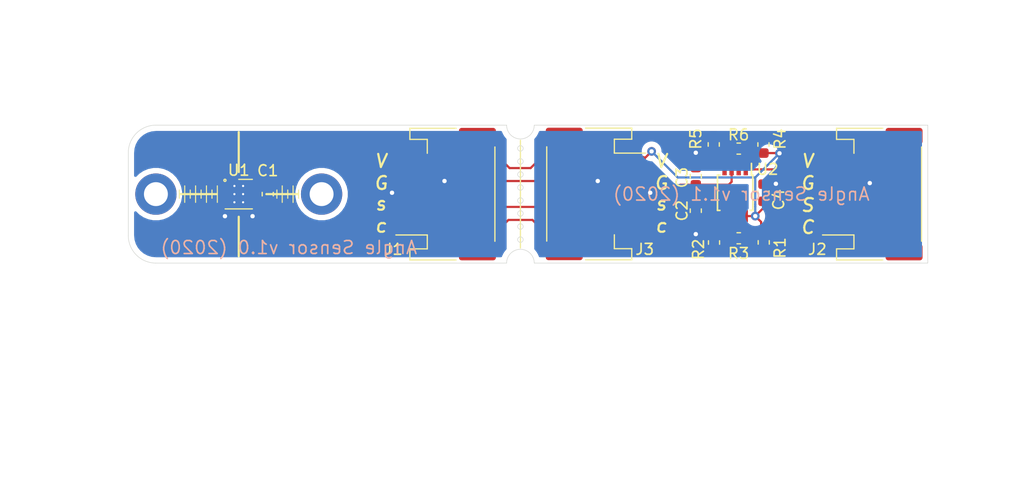
<source format=kicad_pcb>
(kicad_pcb (version 20201002) (generator pcbnew)

  (general
    (thickness 1.6)
  )

  (paper "A4")
  (layers
    (0 "F.Cu" signal)
    (31 "B.Cu" signal)
    (32 "B.Adhes" user "B.Adhesive")
    (33 "F.Adhes" user "F.Adhesive")
    (34 "B.Paste" user)
    (35 "F.Paste" user)
    (36 "B.SilkS" user "B.Silkscreen")
    (37 "F.SilkS" user "F.Silkscreen")
    (38 "B.Mask" user)
    (39 "F.Mask" user)
    (40 "Dwgs.User" user "User.Drawings")
    (41 "Cmts.User" user "User.Comments")
    (42 "Eco1.User" user "User.Eco1")
    (43 "Eco2.User" user "User.Eco2")
    (44 "Edge.Cuts" user)
    (45 "Margin" user)
    (46 "B.CrtYd" user "B.Courtyard")
    (47 "F.CrtYd" user "F.Courtyard")
    (48 "B.Fab" user)
    (49 "F.Fab" user)
  )

  (setup
    (pcbplotparams
      (layerselection 0x00010fc_ffffffff)
      (disableapertmacros false)
      (usegerberextensions false)
      (usegerberattributes false)
      (usegerberadvancedattributes false)
      (creategerberjobfile false)
      (svguseinch false)
      (svgprecision 6)
      (excludeedgelayer true)
      (plotframeref false)
      (viasonmask false)
      (mode 1)
      (useauxorigin false)
      (hpglpennumber 1)
      (hpglpenspeed 20)
      (hpglpendiameter 15.000000)
      (psnegative false)
      (psa4output false)
      (plotreference true)
      (plotvalue true)
      (plotinvisibletext false)
      (sketchpadsonfab false)
      (subtractmaskfromsilk false)
      (outputformat 1)
      (mirror false)
      (drillshape 0)
      (scaleselection 1)
      (outputdirectory "gerbers/")
    )
  )


  (net 0 "")
  (net 1 "+5V")
  (net 2 "GND")
  (net 3 "/sin")
  (net 4 "/cos")
  (net 5 "/amp_sin")
  (net 6 "/amp_cos")
  (net 7 "Net-(R1-Pad2)")
  (net 8 "Net-(R4-Pad2)")

  (module "Capacitor_SMD:C_0603_1608Metric" (layer "F.Cu") (tedit 5B301BBE) (tstamp 00000000-0000-0000-0000-00005ebdb6f3)
    (at 136.779 68.58 -90)
    (descr "Capacitor SMD 0603 (1608 Metric), square (rectangular) end terminal, IPC_7351 nominal, (Body size source: http://www.tortai-tech.com/upload/download/2011102023233369053.pdf), generated with kicad-footprint-generator")
    (tags "capacitor")
    (property "Sheet file" "/Users/adanlbenito/Documents/phd_stuff/bend_sensor/tmr_sensor_breakout/sensor_breakout.sch")
    (property "Sheet name" "")
    (path "/00000000-0000-0000-0000-00005ec7b9f7")
    (attr smd)
    (fp_text reference "C1" (at -2.159 0) (layer "F.SilkS")
      (effects (font (size 1 1) (thickness 0.15)))
      (tstamp 3324df9c-47ae-4ca9-a3e4-77b6fa374acb)
    )
    (fp_text value "100nF" (at 0 1.43 90) (layer "F.Fab")
      (effects (font (size 1 1) (thickness 0.15)))
      (tstamp 8706bb5b-6e22-4455-8fff-686c7d3f3b41)
    )
    (fp_text user "${REFERENCE}" (at -0.0635 -0.0635 90) (layer "F.Fab")
      (effects (font (size 0.4 0.4) (thickness 0.06)))
      (tstamp 47931c97-9cbc-4fc2-b380-d094f25d76a2)
    )
    (fp_line (start -0.162779 -0.51) (end 0.162779 -0.51) (layer "F.SilkS") (width 0.12) (tstamp 0e6b7af9-ac44-4ee6-b751-3bb20ec6e2d4))
    (fp_line (start -0.162779 0.51) (end 0.162779 0.51) (layer "F.SilkS") (width 0.12) (tstamp 129fc383-225c-4eb5-9117-ae91fd2eeb0b))
    (fp_line (start 1.48 0.73) (end -1.48 0.73) (layer "F.CrtYd") (width 0.05) (tstamp 1993f588-de8f-4e8f-981e-5989f28ca0ee))
    (fp_line (start -1.48 -0.73) (end 1.48 -0.73) (layer "F.CrtYd") (width 0.05) (tstamp 453847f8-6741-49cb-9a10-0917b3aa1aec))
    (fp_line (start -1.48 0.73) (end -1.48 -0.73) (layer "F.CrtYd") (width 0.05) (tstamp 7975d499-8c29-4ac8-9f5b-e0295d76c920))
    (fp_line (start 1.48 -0.73) (end 1.48 0.73) (layer "F.CrtYd") (width 0.05) (tstamp f536473f-e1c3-49b3-b22a-eaa3bb8f938d))
    (fp_line (start 0.8 0.4) (end -0.8 0.4) (layer "F.Fab") (width 0.1) (tstamp 63a19cc1-ae46-4c9e-97bb-6dc1270a6225))
    (fp_line (start -0.8 0.4) (end -0.8 -0.4) (layer "F.Fab") (width 0.1) (tstamp 8308f494-19fd-4298-a8fc-13bf339d0fd8))
    (fp_line (start -0.8 -0.4) (end 0.8 -0.4) (layer "F.Fab") (width 0.1) (tstamp 8958ff1f-51f2-418f-b332-15b1659b91e9))
    (fp_line (start 0.8 -0.4) (end 0.8 0.4) (layer "F.Fab") (width 0.1) (tstamp fc01c8af-8d99-4266-9abd-7843c6a0da60))
    (pad "1" smd roundrect (at -0.7875 0 270) (size 0.875 0.95) (layers "F.Cu" "F.Paste" "F.Mask") (roundrect_rratio 0.25)
      (net 1 "+5V") (tstamp 7e0f9ac8-6f46-4e80-aa49-5c6c3d6607f4))
    (pad "2" smd roundrect (at 0.7875 0 270) (size 0.875 0.95) (layers "F.Cu" "F.Paste" "F.Mask") (roundrect_rratio 0.25)
      (net 2 "GND") (tstamp 1c126c85-d807-461d-b702-c70fabeb0899))
    (model "${KISYS3DMOD}/Capacitor_SMD.3dshapes/C_0603_1608Metric.wrl"
      (offset (xyz 0 0 0))
      (scale (xyz 1 1 1))
      (rotate (xyz 0 0 0))
    )
  )

  (module "MountingHole:MountingHole_2.2mm_M2_DIN965_Pad" (layer "F.Cu") (tedit 56D1B4CB) (tstamp 00000000-0000-0000-0000-00005ebdcba2)
    (at 126.492 68.58)
    (descr "Mounting Hole 2.2mm, M2, DIN965")
    (tags "mounting hole 2.2mm m2 din965")
    (attr exclude_from_pos_files exclude_from_bom)
    (fp_text reference "REF**" (at 0 -2.9) (layer "F.SilkS") hide
      (effects (font (size 1 1) (thickness 0.15)))
      (tstamp 49a12cfb-165d-4258-9a7a-9d534c117d94)
    )
    (fp_text value "MountingHole_2.2mm_M2_DIN965_Pad" (at 0 2.9) (layer "F.Fab")
      (effects (font (size 1 1) (thickness 0.15)))
      (tstamp 0c2d690f-2a5f-47e8-8cac-d302df57674b)
    )
    (fp_text user "${REFERENCE}" (at 0.3 0) (layer "F.Fab")
      (effects (font (size 1 1) (thickness 0.15)))
      (tstamp 79721774-1bc3-4604-9292-a66ba7676eda)
    )
    (fp_circle (center 0 0) (end 1.9 0) (layer "Cmts.User") (width 0.15) (tstamp e230217c-dcf5-4a0c-9ae2-252748924cb8))
    (fp_circle (center 0 0) (end 2.15 0) (layer "F.CrtYd") (width 0.05) (tstamp 00b36fcd-b2c2-48bd-b211-5fad140a05eb))
    (pad "1" thru_hole circle (at 0 0) (size 3.8 3.8) (drill 2.2) (layers *.Cu *.Mask) (tstamp bc798ac9-f24e-4064-87eb-f477d57eabe1))
  )

  (module "MountingHole:MountingHole_2.2mm_M2_DIN965_Pad" (layer "F.Cu") (tedit 56D1B4CB) (tstamp 00000000-0000-0000-0000-00005ebdf61c)
    (at 141.732 68.58)
    (descr "Mounting Hole 2.2mm, M2, DIN965")
    (tags "mounting hole 2.2mm m2 din965")
    (attr exclude_from_pos_files exclude_from_bom)
    (fp_text reference "REF**" (at 0 -2.9) (layer "F.SilkS") hide
      (effects (font (size 1 1) (thickness 0.15)))
      (tstamp fe593d47-a841-41a6-8ed9-c2cb50ced5a7)
    )
    (fp_text value "MountingHole_2.2mm_M2_DIN965_Pad" (at 0 2.9) (layer "F.Fab")
      (effects (font (size 1 1) (thickness 0.15)))
      (tstamp 49746130-9e12-47a1-9656-701a370224ac)
    )
    (fp_text user "${REFERENCE}" (at 0.3 0) (layer "F.Fab")
      (effects (font (size 1 1) (thickness 0.15)))
      (tstamp 546dd150-9c6e-4d35-8e3f-32ee28ff6def)
    )
    (fp_circle (center 0 0) (end 1.9 0) (layer "Cmts.User") (width 0.15) (tstamp 7e22da3b-efb1-404a-83e6-29e8e7f903f7))
    (fp_circle (center 0 0) (end 2.15 0) (layer "F.CrtYd") (width 0.05) (tstamp 53138eab-d844-439e-84de-d01f7174b8e3))
    (pad "1" thru_hole circle (at 0 0) (size 3.8 3.8) (drill 2.2) (layers *.Cu *.Mask) (tstamp 38ae0c30-7f02-42a1-9cfe-9c2cd14ebd4c))
  )

  (module "Package_SO:TSSOP-8_3x3mm_P0.65mm" (layer "F.Cu") (tedit 5A02F25C) (tstamp 00000000-0000-0000-0000-00005ed8ae0b)
    (at 179.7685 68.453 -90)
    (descr "TSSOP8: plastic thin shrink small outline package; 8 leads; body width 3 mm; (see NXP SSOP-TSSOP-VSO-REFLOW.pdf and sot505-1_po.pdf)")
    (tags "SSOP 0.65")
    (property "Sheet file" "/Users/adanlbenito/Documents/phd_stuff/bend_sensor/tmr_sensor_breakout/sensor_breakout.sch")
    (property "Sheet name" "")
    (path "/00000000-0000-0000-0000-00005ebd3e02")
    (attr smd)
    (fp_text reference "U2" (at -2.159 -2.9845) (layer "F.SilkS")
      (effects (font (size 1 1) (thickness 0.15)))
      (tstamp 8f138246-400d-4f5d-b000-f73a3ed593c5)
    )
    (fp_text value "TLV522" (at 0 2.55 90) (layer "F.Fab")
      (effects (font (size 1 1) (thickness 0.15)))
      (tstamp 6d88b66a-503b-45cd-91c2-de0e9e3c9f22)
    )
    (fp_text user "${REFERENCE}" (at 0 0 90) (layer "F.Fab")
      (effects (font (size 0.6 0.6) (thickness 0.15)))
      (tstamp 9fac602e-f35a-4700-b899-cb2780e14a38)
    )
    (fp_line (start 1.625 -1.625) (end 1.625 -1.4) (layer "F.SilkS") (width 0.15) (tstamp 217cf72e-1c98-4ea5-995b-cb7d8028ca65))
    (fp_line (start -1.625 -1.5) (end -2.7 -1.5) (layer "F.SilkS") (width 0.15) (tstamp 40824548-3da8-4d6e-ad2f-3b9d2e0c24b3))
    (fp_line (start -1.625 1.625) (end -1.625 1.4) (layer "F.SilkS") (width 0.15) (tstamp 4af78c7b-95c2-4555-b726-8e84aec76c5b))
    (fp_line (start 1.625 1.625) (end 1.625 1.4) (layer "F.SilkS") (width 0.15) (tstamp a61ddc29-81fb-47c1-981e-1e6fa2f4ff7a))
    (fp_line (start -1.625 -1.625) (end -1.625 -1.5) (layer "F.SilkS") (width 0.15) (tstamp b47c6501-731e-4022-ad45-ab81c4337b5d))
    (fp_line (start -1.625 1.625) (end 1.625 1.625) (layer "F.SilkS") (width 0.15) (tstamp e7025245-3606-47b7-8fe0-9e1e7e6a7670))
    (fp_line (start -1.625 -1.625) (end 1.625 -1.625) (layer "F.SilkS") (width 0.15) (tstamp ffc80742-2ceb-4490-a175-ba08743213b1))
    (fp_line (start -2.95 -1.8) (end 2.95 -1.8) (layer "F.CrtYd") (width 0.05) (tstamp 465d4e84-431d-43a4-b74e-d09c66a69e32))
    (fp_line (start -2.95 1.8) (end 2.95 1.8) (layer "F.CrtYd") (width 0.05) (tstamp 64e66af2-826b-42f7-af65-ba0cdfec02dc))
    (fp_line (start -2.95 -1.8) (end -2.95 1.8) (layer "F.CrtYd") (width 0.05) (tstamp bcd769de-d662-4dc4-bbe0-534c6a011504))
    (fp_line (start 2.95 -1.8) (end 2.95 1.8) (layer "F.CrtYd") (width 0.05) (tstamp be2082f6-6536-40b6-9f09-3baa3715168e))
    (fp_line (start -1.5 1.5) (end -1.5 -0.5) (layer "F.Fab") (width 0.15) (tstamp 4639037a-7345-4bc7-a12b-13a0534890f9))
    (fp_line (start -0.5 -1.5) (end 1.5 -1.5) (layer "F.Fab") (width 0.15) (tstamp 46bbb1f8-b1b6-4968-91c1-3481036c46ec))
    (fp_line (start 1.5 -1.5) (end 1.5 1.5) (layer "F.Fab") (width 0.15) (tstamp 883b8928-0d3c-47f8-81c7-d35a9488ae4e))
    (fp_line (start -1.5 -0.5) (end -0.5 -1.5) (layer "F.Fab") (width 0.15) (tstamp a68bd116-04b1-41d0-8ae7-7577747d9332))
    (fp_line (start 1.5 1.5) (end -1.5 1.5) (layer "F.Fab") (width 0.15) (tstamp dd9c0876-f0b2-4b8c-94d5-9371570960ed))
    (pad "1" smd rect (at -2.15 -0.975 270) (size 1.1 0.4) (layers "F.Cu" "F.Paste" "F.Mask")
      (net 5 "/amp_sin") (tstamp 4bb192ff-8d9b-44f9-a2a9-b7c9ac94338c))
    (pad "2" smd rect (at -2.15 -0.325 270) (size 1.1 0.4) (layers "F.Cu" "F.Paste" "F.Mask")
      (net 8 "Net-(R4-Pad2)") (pinfunction "-") (tstamp 02cb8b60-dac6-44db-a525-db71604633d1))
    (pad "3" smd rect (at -2.15 0.325 270) (size 1.1 0.4) (layers "F.Cu" "F.Paste" "F.Mask")
      (net 3 "/sin") (pinfunction "+") (tstamp bdb5db50-362b-4209-bae0-b4f10405833b))
    (pad "4" smd rect (at -2.15 0.975 270) (size 1.1 0.4) (layers "F.Cu" "F.Paste" "F.Mask")
      (net 2 "GND") (pinfunction "V-") (tstamp efb02631-5149-4497-ba15-c855df8b9e0b))
    (pad "5" smd rect (at 2.15 0.975 270) (size 1.1 0.4) (layers "F.Cu" "F.Paste" "F.Mask")
      (net 4 "/cos") (pinfunction "+") (tstamp 974e8841-0699-4986-923e-252d2b9c93bf))
    (pad "6" smd rect (at 2.15 0.325 270) (size 1.1 0.4) (layers "F.Cu" "F.Paste" "F.Mask")
      (net 7 "Net-(R1-Pad2)") (pinfunction "-") (tstamp 1671fcd1-3510-42c6-8fc6-87fd9ff92815))
    (pad "7" smd rect (at 2.15 -0.325 270) (size 1.1 0.4) (layers "F.Cu" "F.Paste" "F.Mask")
      (net 6 "/amp_cos") (tstamp e6127528-b931-4a34-b1fd-30b9c5e9ffcf))
    (pad "8" smd rect (at 2.15 -0.975 270) (size 1.1 0.4) (layers "F.Cu" "F.Paste" "F.Mask")
      (net 1 "+5V") (pinfunction "V+") (tstamp 05099cb1-c6f2-41c8-bcdd-a1c82d35b4fe))
    (model "${KISYS3DMOD}/Package_SO.3dshapes/TSSOP-8_3x3mm_P0.65mm.wrl"
      (offset (xyz 0 0 0))
      (scale (xyz 1 1 1))
      (rotate (xyz 0 0 0))
    )
  )

  (module "Resistor_SMD:R_0603_1608Metric" (layer "F.Cu") (tedit 5B301BBD) (tstamp 00000000-0000-0000-0000-00005ed8af07)
    (at 177.8254 73.03516 90)
    (descr "Resistor SMD 0603 (1608 Metric), square (rectangular) end terminal, IPC_7351 nominal, (Body size source: http://www.tortai-tech.com/upload/download/2011102023233369053.pdf), generated with kicad-footprint-generator")
    (tags "resistor")
    (property "Sheet file" "/Users/adanlbenito/Documents/phd_stuff/bend_sensor/tmr_sensor_breakout/sensor_breakout.sch")
    (property "Sheet name" "")
    (path "/00000000-0000-0000-0000-00005ec10f12")
    (attr smd)
    (fp_text reference "R2" (at -0.635 -1.43 90) (layer "F.SilkS")
      (effects (font (size 1 1) (thickness 0.15)))
      (tstamp 3351ea9a-847e-4c96-932a-f089540d6bf6)
    )
    (fp_text value "10M" (at 0 1.43 90) (layer "F.Fab")
      (effects (font (size 1 1) (thickness 0.15)))
      (tstamp 8e9faf86-46e7-494c-accf-16bfb1b321eb)
    )
    (fp_text user "${REFERENCE}" (at 0 0 90) (layer "F.Fab")
      (effects (font (size 0.4 0.4) (thickness 0.06)))
      (tstamp 2bd0e559-48c6-4761-91ad-b051ccc7764c)
    )
    (fp_line (start -0.162779 -0.51) (end 0.162779 -0.51) (layer "F.SilkS") (width 0.12) (tstamp 60bd26ab-34b6-4013-8531-29185f1ec589))
    (fp_line (start -0.162779 0.51) (end 0.162779 0.51) (layer "F.SilkS") (width 0.12) (tstamp e7ffaa25-6392-465b-b4a4-f18d54855b59))
    (fp_line (start -1.48 0.73) (end -1.48 -0.73) (layer "F.CrtYd") (width 0.05) (tstamp 0666588b-8820-4440-aeeb-e31eca87fc23))
    (fp_line (start 1.48 -0.73) (end 1.48 0.73) (layer "F.CrtYd") (width 0.05) (tstamp 11bcdb3d-f7f6-4d09-888e-fab0f95ecb66))
    (fp_line (start 1.48 0.73) (end -1.48 0.73) (layer "F.CrtYd") (width 0.05) (tstamp 4bf02b02-59e1-4f59-baa1-9a81d5433594))
    (fp_line (start -1.48 -0.73) (end 1.48 -0.73) (layer "F.CrtYd") (width 0.05) (tstamp 623d9430-1ed7-4f21-b04e-60f4b58e480a))
    (fp_line (start 0.8 -0.4) (end 0.8 0.4) (layer "F.Fab") (width 0.1) (tstamp 2d86dbf3-996c-4372-acea-270518fc8428))
    (fp_line (start 0.8 0.4) (end -0.8 0.4) (layer "F.Fab") (width 0.1) (tstamp 64a00ec0-1eda-4001-9007-6f9408d66f60))
    (fp_line (start -0.8 0.4) (end -0.8 -0.4) (layer "F.Fab") (width 0.1) (tstamp 88ea7bd8-565a-4fc7-b8af-51479bcfd1a0))
    (fp_line (start -0.8 -0.4) (end 0.8 -0.4) (layer "F.Fab") (width 0.1) (tstamp a9537dbb-3186-44e5-b1a7-a091472936b3))
    (pad "1" smd roundrect (at -0.7875 0 90) (size 0.875 0.95) (layers "F.Cu" "F.Paste" "F.Mask") (roundrect_rratio 0.25)
      (net 7 "Net-(R1-Pad2)") (tstamp c56399a6-ca2b-4745-b3f4-d78d44b3c377))
    (pad "2" smd roundrect (at 0.7875 0 90) (size 0.875 0.95) (layers "F.Cu" "F.Paste" "F.Mask") (roundrect_rratio 0.25)
      (net 2 "GND") (tstamp c40be992-c449-4f08-9cf1-479d768b7d72))
    (model "${KISYS3DMOD}/Resistor_SMD.3dshapes/R_0603_1608Metric.wrl"
      (offset (xyz 0 0 0))
      (scale (xyz 1 1 1))
      (rotate (xyz 0 0 0))
    )
  )

  (module "Resistor_SMD:R_0603_1608Metric" (layer "F.Cu") (tedit 5B301BBD) (tstamp 00000000-0000-0000-0000-00005ed8af37)
    (at 182.3974 73.025 -90)
    (descr "Resistor SMD 0603 (1608 Metric), square (rectangular) end terminal, IPC_7351 nominal, (Body size source: http://www.tortai-tech.com/upload/download/2011102023233369053.pdf), generated with kicad-footprint-generator")
    (tags "resistor")
    (property "Sheet file" "/Users/adanlbenito/Documents/phd_stuff/bend_sensor/tmr_sensor_breakout/sensor_breakout.sch")
    (property "Sheet name" "")
    (path "/00000000-0000-0000-0000-00005ebf05be")
    (attr smd)
    (fp_text reference "R1" (at 0.508 -1.4986 90) (layer "F.SilkS")
      (effects (font (size 1 1) (thickness 0.15)))
      (tstamp 4f74d233-26c3-417e-a45a-ae837cdfac2a)
    )
    (fp_text value "10M" (at 0 1.43 90) (layer "F.Fab")
      (effects (font (size 1 1) (thickness 0.15)))
      (tstamp 536e3d85-7041-47f6-ae28-0102ace43ae8)
    )
    (fp_text user "${REFERENCE}" (at 0 0 90) (layer "F.Fab")
      (effects (font (size 0.4 0.4) (thickness 0.06)))
      (tstamp 2d17208f-3eda-4695-8b10-c648ea6aa40c)
    )
    (fp_line (start -0.162779 -0.51) (end 0.162779 -0.51) (layer "F.SilkS") (width 0.12) (tstamp b70d54d9-bdf8-40a2-a4b2-f11f3fa5f39d))
    (fp_line (start -0.162779 0.51) (end 0.162779 0.51) (layer "F.SilkS") (width 0.12) (tstamp e650ad1a-9f7b-483e-8eec-0e9d6d8d58b2))
    (fp_line (start 1.48 0.73) (end -1.48 0.73) (layer "F.CrtYd") (width 0.05) (tstamp 47405f2b-c567-4b4a-8daf-22a20f9ee6d5))
    (fp_line (start -1.48 -0.73) (end 1.48 -0.73) (layer "F.CrtYd") (width 0.05) (tstamp bba780d1-411a-45df-a529-39e8201d8d2b))
    (fp_line (start -1.48 0.73) (end -1.48 -0.73) (layer "F.CrtYd") (width 0.05) (tstamp bfb68034-f12b-4980-b7c0-8c1739591651))
    (fp_line (start 1.48 -0.73) (end 1.48 0.73) (layer "F.CrtYd") (width 0.05) (tstamp c8c21d8e-6156-410a-84f0-246d31f30674))
    (fp_line (start -0.8 0.4) (end -0.8 -0.4) (layer "F.Fab") (width 0.1) (tstamp 42912a74-5ea9-43b6-988d-a1111ffeade3))
    (fp_line (start 0.8 -0.4) (end 0.8 0.4) (layer "F.Fab") (width 0.1) (tstamp 76521737-3164-433b-bea6-69b8cd023109))
    (fp_line (start 0.8 0.4) (end -0.8 0.4) (layer "F.Fab") (width 0.1) (tstamp 8fd7ce2b-2e79-4920-abf3-fd5d10360318))
    (fp_line (start -0.8 -0.4) (end 0.8 -0.4) (layer "F.Fab") (width 0.1) (tstamp d8f0af0d-0d15-4be5-85a9-737cb0d44333))
    (pad "1" smd roundrect (at -0.7875 0 270) (size 0.875 0.95) (layers "F.Cu" "F.Paste" "F.Mask") (roundrect_rratio 0.25)
      (net 1 "+5V") (tstamp 7e49613e-e35b-4e69-abfc-a40389f82e6a))
    (pad "2" smd roundrect (at 0.7875 0 270) (size 0.875 0.95) (layers "F.Cu" "F.Paste" "F.Mask") (roundrect_rratio 0.25)
      (net 7 "Net-(R1-Pad2)") (tstamp e36ae1b0-d24b-468f-8d9a-dff9aa2b0e15))
    (model "${KISYS3DMOD}/Resistor_SMD.3dshapes/R_0603_1608Metric.wrl"
      (offset (xyz 0 0 0))
      (scale (xyz 1 1 1))
      (rotate (xyz 0 0 0))
    )
  )

  (module "Capacitor_SMD:C_0603_1608Metric" (layer "F.Cu") (tedit 5B301BBE) (tstamp 00000000-0000-0000-0000-00005ed8af67)
    (at 176.149 66.929 90)
    (descr "Capacitor SMD 0603 (1608 Metric), square (rectangular) end terminal, IPC_7351 nominal, (Body size source: http://www.tortai-tech.com/upload/download/2011102023233369053.pdf), generated with kicad-footprint-generator")
    (tags "capacitor")
    (property "Sheet file" "/Users/adanlbenito/Documents/phd_stuff/bend_sensor/tmr_sensor_breakout/sensor_breakout.sch")
    (property "Sheet name" "")
    (path "/00000000-0000-0000-0000-00005ec9020b")
    (attr smd)
    (fp_text reference "C3" (at -0.127 -1.27 270) (layer "F.SilkS")
      (effects (font (size 1 1) (thickness 0.15)))
      (tstamp e67d81d2-e8ef-47a2-9e01-7724173c96bb)
    )
    (fp_text value "10pF" (at 0 1.43 90) (layer "F.Fab")
      (effects (font (size 1 1) (thickness 0.15)))
      (tstamp 9ce82092-2176-4d1c-8e7f-c1e282056a0c)
    )
    (fp_text user "${REFERENCE}" (at 0 0 90) (layer "F.Fab")
      (effects (font (size 0.4 0.4) (thickness 0.06)))
      (tstamp 49fc26f8-e2f8-4d96-a813-19c41990a44d)
    )
    (fp_line (start -0.162779 0.51) (end 0.162779 0.51) (layer "F.SilkS") (width 0.12) (tstamp 4c6f905c-18a0-4314-965c-604f1b6f14ae))
    (fp_line (start -0.162779 -0.51) (end 0.162779 -0.51) (layer "F.SilkS") (width 0.12) (tstamp 810f9e49-415f-4558-8737-a0585d4dbb97))
    (fp_line (start -1.48 0.73) (end -1.48 -0.73) (layer "F.CrtYd") (width 0.05) (tstamp 1402ba66-0dbc-4107-921b-9186c2ea06ad))
    (fp_line (start 1.48 -0.73) (end 1.48 0.73) (layer "F.CrtYd") (width 0.05) (tstamp 2ea9399e-0e9c-40e1-9931-626f960c4d04))
    (fp_line (start 1.48 0.73) (end -1.48 0.73) (layer "F.CrtYd") (width 0.05) (tstamp 3ac72fb2-240b-4955-b68a-537e85d037ed))
    (fp_line (start -1.48 -0.73) (end 1.48 -0.73) (layer "F.CrtYd") (width 0.05) (tstamp 96adc135-e3f1-4222-be54-785eecb72dc9))
    (fp_line (start 0.8 -0.4) (end 0.8 0.4) (layer "F.Fab") (width 0.1) (tstamp 23f9b22a-6ab4-41b9-9807-f8d01f05b93a))
    (fp_line (start -0.8 0.4) (end -0.8 -0.4) (layer "F.Fab") (width 0.1) (tstamp 3273f837-e038-44b1-bd7b-91e908c433a5))
    (fp_line (start 0.8 0.4) (end -0.8 0.4) (layer "F.Fab") (width 0.1) (tstamp 63ccd7ac-627b-4eff-b4cc-a5d94ac7893e))
    (fp_line (start -0.8 -0.4) (end 0.8 -0.4) (layer "F.Fab") (width 0.1) (tstamp a88a0809-42fa-4d35-880f-938a7e608d28))
    (pad "1" smd roundrect (at -0.7875 0 90) (size 0.875 0.95) (layers "F.Cu" "F.Paste" "F.Mask") (roundrect_rratio 0.25)
      (net 3 "/sin") (tstamp 8941bb65-5528-4eec-9743-1e147789ac31))
    (pad "2" smd roundrect (at 0.7875 0 90) (size 0.875 0.95) (layers "F.Cu" "F.Paste" "F.Mask") (roundrect_rratio 0.25)
      (net 2 "GND") (tstamp c62982f5-670c-4ceb-ac7f-859b07f74509))
    (model "${KISYS3DMOD}/Capacitor_SMD.3dshapes/C_0603_1608Metric.wrl"
      (offset (xyz 0 0 0))
      (scale (xyz 1 1 1))
      (rotate (xyz 0 0 0))
    )
  )

  (module "Capacitor_SMD:C_0603_1608Metric" (layer "F.Cu") (tedit 5B301BBE) (tstamp 00000000-0000-0000-0000-00005ed8b04e)
    (at 182.372 68.453 90)
    (descr "Capacitor SMD 0603 (1608 Metric), square (rectangular) end terminal, IPC_7351 nominal, (Body size source: http://www.tortai-tech.com/upload/download/2011102023233369053.pdf), generated with kicad-footprint-generator")
    (tags "capacitor")
    (property "Sheet file" "/Users/adanlbenito/Documents/phd_stuff/bend_sensor/tmr_sensor_breakout/sensor_breakout.sch")
    (property "Sheet name" "")
    (path "/00000000-0000-0000-0000-00005ecf21f9")
    (attr smd)
    (fp_text reference "C4" (at -0.635 1.397 270) (layer "F.SilkS")
      (effects (font (size 1 1) (thickness 0.15)))
      (tstamp b7587de6-b81a-4a13-aa3a-3b3bf8d1bc35)
    )
    (fp_text value "100nF" (at 0 1.43 90) (layer "F.Fab")
      (effects (font (size 1 1) (thickness 0.15)))
      (tstamp a26c3450-6f15-480f-aa20-8660a7e9a833)
    )
    (fp_text user "${REFERENCE}" (at 0 0 90) (layer "F.Fab")
      (effects (font (size 0.4 0.4) (thickness 0.06)))
      (tstamp 589e8b2e-3078-4dd4-bbe6-e64f61adb078)
    )
    (fp_line (start -0.162779 0.51) (end 0.162779 0.51) (layer "F.SilkS") (width 0.12) (tstamp 7f30b927-b4e0-4a2d-b93a-e9d0cbca4f07))
    (fp_line (start -0.162779 -0.51) (end 0.162779 -0.51) (layer "F.SilkS") (width 0.12) (tstamp 8bf42fd9-1283-4a7a-af41-b78ed0dd273c))
    (fp_line (start -1.48 0.73) (end -1.48 -0.73) (layer "F.CrtYd") (width 0.05) (tstamp 32f61d1d-4abc-4454-a8a4-60a955ab8733))
    (fp_line (start -1.48 -0.73) (end 1.48 -0.73) (layer "F.CrtYd") (width 0.05) (tstamp 87290713-d45b-4c28-8a06-83175e88d0d4))
    (fp_line (start 1.48 -0.73) (end 1.48 0.73) (layer "F.CrtYd") (width 0.05) (tstamp 9086cc64-ef62-4b43-b73d-3842899431aa))
    (fp_line (start 1.48 0.73) (end -1.48 0.73) (layer "F.CrtYd") (width 0.05) (tstamp b2c3bacc-d7b8-4236-bf72-6e0313379c06))
    (fp_line (start -0.8 -0.4) (end 0.8 -0.4) (layer "F.Fab") (width 0.1) (tstamp 10c192f9-0bf1-4b8e-babd-3d796bbe881d))
    (fp_line (start 0.8 0.4) (end -0.8 0.4) (layer "F.Fab") (width 0.1) (tstamp 310cb979-c48b-4ce9-a67b-36b38af28a87))
    (fp_line (start -0.8 0.4) (end -0.8 -0.4) (layer "F.Fab") (width 0.1) (tstamp 9d8e36a2-ee55-40a8-a5fc-c69971ea5a7e))
    (fp_line (start 0.8 -0.4) (end 0.8 0.4) (layer "F.Fab") (width 0.1) (tstamp b13f38f5-f015-44ab-ae85-28a64ec0f53f))
    (pad "1" smd roundrect (at -0.7875 0 90) (size 0.875 0.95) (layers "F.Cu" "F.Paste" "F.Mask") (roundrect_rratio 0.25)
      (net 1 "+5V") (tstamp df162d08-8ecd-41e0-ac0f-1e698e09d27e))
    (pad "2" smd roundrect (at 0.7875 0 90) (size 0.875 0.95) (layers "F.Cu" "F.Paste" "F.Mask") (roundrect_rratio 0.25)
      (net 2 "GND") (tstamp 63a7ec40-b003-4c7e-8cef-9049ad289731))
    (model "${KISYS3DMOD}/Capacitor_SMD.3dshapes/C_0603_1608Metric.wrl"
      (offset (xyz 0 0 0))
      (scale (xyz 1 1 1))
      (rotate (xyz 0 0 0))
    )
  )

  (module "Capacitor_SMD:C_0603_1608Metric" (layer "F.Cu") (tedit 5B301BBE) (tstamp 00000000-0000-0000-0000-00005ed8b07e)
    (at 176.149 70.104 -90)
    (descr "Capacitor SMD 0603 (1608 Metric), square (rectangular) end terminal, IPC_7351 nominal, (Body size source: http://www.tortai-tech.com/upload/download/2011102023233369053.pdf), generated with kicad-footprint-generator")
    (tags "capacitor")
    (property "Sheet file" "/Users/adanlbenito/Documents/phd_stuff/bend_sensor/tmr_sensor_breakout/sensor_breakout.sch")
    (property "Sheet name" "")
    (path "/00000000-0000-0000-0000-00005ec8ef4d")
    (attr smd)
    (fp_text reference "C2" (at 0 1.27 90) (layer "F.SilkS")
      (effects (font (size 1 1) (thickness 0.15)))
      (tstamp 71d014c8-2b9c-4705-ae1a-38e7d91d0891)
    )
    (fp_text value "10pF" (at 0 1.43 90) (layer "F.Fab")
      (effects (font (size 1 1) (thickness 0.15)))
      (tstamp b2605f3e-8565-4a4a-b1cc-977464be27c1)
    )
    (fp_text user "${REFERENCE}" (at 0 0 90) (layer "F.Fab")
      (effects (font (size 0.4 0.4) (thickness 0.06)))
      (tstamp f84feca6-047b-413a-80ea-6637fd15c7be)
    )
    (fp_line (start -0.162779 0.51) (end 0.162779 0.51) (layer "F.SilkS") (width 0.12) (tstamp 8f2c4f5e-9200-4a91-b006-4c0f02f4938e))
    (fp_line (start -0.162779 -0.51) (end 0.162779 -0.51) (layer "F.SilkS") (width 0.12) (tstamp b27e8131-5be2-4234-94db-42c52bf8aa46))
    (fp_line (start -1.48 0.73) (end -1.48 -0.73) (layer "F.CrtYd") (width 0.05) (tstamp 098a6e58-7826-4317-a7b9-21c0fa820058))
    (fp_line (start -1.48 -0.73) (end 1.48 -0.73) (layer "F.CrtYd") (width 0.05) (tstamp 73d2f93b-d283-45a7-9234-def98d053e46))
    (fp_line (start 1.48 0.73) (end -1.48 0.73) (layer "F.CrtYd") (width 0.05) (tstamp a93dd14b-8aee-4642-8de2-4db8877fab4a))
    (fp_line (start 1.48 -0.73) (end 1.48 0.73) (layer "F.CrtYd") (width 0.05) (tstamp b5ff1f0e-9778-4bea-a000-5becceaa90f4))
    (fp_line (start -0.8 0.4) (end -0.8 -0.4) (layer "F.Fab") (width 0.1) (tstamp 45177bf5-85be-4e62-9d88-8770485b65ec))
    (fp_line (start 0.8 -0.4) (end 0.8 0.4) (layer "F.Fab") (width 0.1) (tstamp 70b9c3a7-9fb6-42ff-a4d0-7b5e1af7a0b9))
    (fp_line (start 0.8 0.4) (end -0.8 0.4) (layer "F.Fab") (width 0.1) (tstamp cd984959-e43b-4318-abf2-091ccb02cc90))
    (fp_line (start -0.8 -0.4) (end 0.8 -0.4) (layer "F.Fab") (width 0.1) (tstamp eb1d8c6a-4456-4200-bb2f-bddf1251227b))
    (pad "1" smd roundrect (at -0.7875 0 270) (size 0.875 0.95) (layers "F.Cu" "F.Paste" "F.Mask") (roundrect_rratio 0.25)
      (net 4 "/cos") (tstamp 9bd9da8c-576a-48d7-9b43-3a44b21848d1))
    (pad "2" smd roundrect (at 0.7875 0 270) (size 0.875 0.95) (layers "F.Cu" "F.Paste" "F.Mask") (roundrect_rratio 0.25)
      (net 2 "GND") (tstamp 99c0fbd9-d5ca-4bff-9929-258fe0891006))
    (model "${KISYS3DMOD}/Capacitor_SMD.3dshapes/C_0603_1608Metric.wrl"
      (offset (xyz 0 0 0))
      (scale (xyz 1 1 1))
      (rotate (xyz 0 0 0))
    )
  )

  (module "Connector_JST:JST_PH_S4B-PH-SM4-TB_1x04-1MP_P2.00mm_Horizontal" (layer "F.Cu") (tedit 5B78AD87) (tstamp 00000000-0000-0000-0000-00005ed8bab3)
    (at 166.949 68.564 -90)
    (descr "JST PH series connector, S4B-PH-SM4-TB (http://www.jst-mfg.com/product/pdf/eng/ePH.pdf), generated with kicad-footprint-generator")
    (tags "connector JST PH top entry")
    (property "Sheet file" "/Users/adanlbenito/Documents/phd_stuff/bend_sensor/tmr_sensor_breakout/sensor_breakout.sch")
    (property "Sheet name" "")
    (path "/00000000-0000-0000-0000-00005efdfa49")
    (attr smd)
    (fp_text reference "J3" (at 5.096 -4.501 180) (layer "F.SilkS")
      (effects (font (size 1 1) (thickness 0.15)))
      (tstamp 13caa9bb-8720-4004-b7c7-d807e20e78e7)
    )
    (fp_text value "Conn_01x04_Female" (at 0 5.8 90) (layer "F.Fab")
      (effects (font (size 1 1) (thickness 0.15)))
      (tstamp d2d7cce0-ad54-4e26-ba89-d258fcc75b2a)
    )
    (fp_text user "${REFERENCE}" (at 0 1.5 90) (layer "F.Fab")
      (effects (font (size 1 1) (thickness 0.15)))
      (tstamp 7c0e5d5e-2933-4ef8-8996-4e888988a205)
    )
    (fp_line (start -4.34 4.51) (end 4.34 4.51) (layer "F.SilkS") (width 0.12) (tstamp 040f5d5c-27b1-4e25-9979-d20ed75b9a02))
    (fp_line (start 5.04 -3.31) (end 5.04 -1.71) (layer "F.SilkS") (width 0.12) (tstamp 213da301-e281-4a10-a90d-26c67ca922d7))
    (fp_line (start -3.76 -1.71) (end -3.76 -4.6) (layer "F.SilkS") (width 0.12) (tstamp 389f2cc7-4fb2-48b9-945b-6c2fa0cbcc5a))
    (fp_line (start -6.06 -3.31) (end -5.04 -3.31) (layer "F.SilkS") (width 0.12) (tstamp 3f7b098b-f6f2-47b9-9f39-59711c33d8d9))
    (fp_line (start -6.06 0.94) (end -6.06 -3.31) (layer "F.SilkS") (width 0.12) (tstamp 40910cda-91d3-4a8f-9a2a-7ff640e02ec7))
    (fp_line (start 6.06 0.94) (end 6.06 -3.31) (layer "F.SilkS") (width 0.12) (tstamp a18bcb21-6663-4afd-b426-4f0efdb940c0))
    (fp_line (start -5.04 -1.71) (end -3.76 -1.71) (layer "F.SilkS") (width 0.12) (tstamp a444dfff-8250-4df2-ab3a-517d47352987))
    (fp_line (start 5.04 -1.71) (end 3.76 -1.71) (layer "F.SilkS") (width 0.12) (tstamp b4cce24b-316a-48e0-9d20-a5a83c164ed8))
    (fp_line (start -5.04 -3.31) (end -5.04 -1.71) (layer "F.SilkS") (width 0.12) (tstamp f65e838b-595c-494f-96c2-f8cf10f5e53b))
    (fp_line (start 6.06 -3.31) (end 5.04 -3.31) (layer "F.SilkS") (width 0.12) (tstamp fc6e1fbb-03ca-4df2-a898-d3a742697782))
    (fp_line (start -6.6 -5.1) (end -6.6 5.1) (layer "F.CrtYd") (width 0.05) (tstamp 304cd7ed-c6e3-48b8-972f-51cc01e25662))
    (fp_line (start -6.6 5.1) (end 6.6 5.1) (layer "F.CrtYd") (width 0.05) (tstamp 5eeee89b-58cc-4eec-8321-3655f67b3363))
    (fp_line (start 6.6 5.1) (end 6.6 -5.1) (layer "F.CrtYd") (width 0.05) (tstamp c11aa4d4-b3a9-4281-852a-4cf3002d8cc9))
    (fp_line (start 6.6 -5.1) (end -6.6 -5.1) (layer "F.CrtYd") (width 0.05) (tstamp dfd25028-67a3-4710-bd45-60a4cde51408))
    (fp_line (start -5.15 -1.6) (end 5.15 -1.6) (layer "F.Fab") (width 0.1) (tstamp 213c8ebc-5feb-4a31-9efa-420e3449db5c))
    (fp_line (start -5.95 -3.2) (end -5.15 -3.2) (layer "F.Fab") (width 0.1) (tstamp 2d675c50-da75-484a-a9ce-5577659b90ca))
    (fp_line (start -3 -0.892893) (end -2.5 -1.6) (layer "F.Fab") (width 0.1) (tstamp 3c71410d-1ee1-4c14-9ea0-d9eb96098852))
    (fp_line (start -3.5 -1.6) (end -3 -0.892893) (layer "F.Fab") (width 0.1) (tstamp 45eaff9f-92fc-479c-a0f5-87295f6ce5bd))
    (fp_line (start -5.15 -3.2) (end -5.15 -1.6) (layer "F.Fab") (width 0.1) (tstamp 639d7fa9-78af-4c14-8c26-4c27d041f0f7))
    (fp_line (start -5.95 4.4) (end 5.95 4.4) (layer "F.Fab") (width 0.1) (tstamp 77c14fb9-f507-4060-9f78-8857c55a0a25))
    (fp_line (start -5.95 -3.2) (end -5.95 4.4) (layer "F.Fab") (width 0.1) (tstamp 9c386c86-2c29-4626-a054-7ceba5143543))
    (fp_line (start 5.15 -1.6) (end 5.15 -3.2) (layer "F.Fab") (width 0.1) (tstamp a4add8f5-470c-43a7-9f45-8aec02295055))
    (fp_line (start 5.15 -3.2) (end 5.95 -3.2) (layer "F.Fab") (width 0.1) (tstamp b3f33166-f506-46e5-8cb6-e81a5bda3635))
    (fp_line (start 5.95 -3.2) (end 5.95 4.4) (layer "F.Fab") (width 0.1) (tstamp e19c5cc5-3aa1-4652-b5ab-74594fd40f4e))
    (pad "1" smd roundrect (at -3 -2.85 270) (size 1 3.5) (layers "F.Cu" "F.Paste" "F.Mask") (roundrect_rratio 0.25)
      (net 1 "+5V") (pinfunction "Pin_1") (tstamp 485eb04e-3bea-4465-a398-48cf379fc04e))
    (pad "2" smd roundrect (at -1 -2.85 270) (size 1 3.5) (layers "F.Cu" "F.Paste" "F.Mask") (roundrect_rratio 0.25)
      (net 2 "GND") (pinfunction "Pin_2") (tstamp 1ecd1727-4e60-4268-a5b7-c83ef02d6f00))
    (pad "3" smd roundrect (at 1 -2.85 270) (size 1 3.5) (layers "F.Cu" "F.Paste" "F.Mask") (roundrect_rratio 0.25)
      (net 3 "/sin") (pinfunction "Pin_3") (tstamp 5a0775a6-5c14-483a-a51c-0bead9894666))
    (pad "4" smd roundrect (at 3 -2.85 270) (size 1 3.5) (layers "F.Cu" "F.Paste" "F.Mask") (roundrect_rratio 0.25)
      (net 4 "/cos") (pinfunction "Pin_4") (tstamp a0120a1a-e8fa-430d-96e0-2aeffa1efc90))
    (pad "MP" smd roundrect (at 5.35 2.9 270) (size 1.5 3.4) (layers "F.Cu" "F.Paste" "F.Mask") (roundrect_rratio 0.166667) (tstamp 4325369e-2bc2-4b01-b69a-7a541457d49d))
    (pad "MP" smd roundrect (at -5.35 2.9 270) (size 1.5 3.4) (layers "F.Cu" "F.Paste" "F.Mask") (roundrect_rratio 0.166667) (tstamp 4e85feb5-bee2-4e06-97f9-a153a21a651d))
    (model "${KISYS3DMOD}/Connector_JST.3dshapes/JST_PH_S4B-PH-SM4-TB_1x04-1MP_P2.00mm_Horizontal.wrl"
      (offset (xyz 0 0 0))
      (scale (xyz 1 1 1))
      (rotate (xyz 0 0 0))
    )
  )

  (module "Connector_JST:JST_PH_S4B-PH-SM4-TB_1x04-1MP_P2.00mm_Horizontal" (layer "F.Cu") (tedit 5B78AD87) (tstamp 00000000-0000-0000-0000-00005ed8d198)
    (at 153.162 68.58 90)
    (descr "JST PH series connector, S4B-PH-SM4-TB (http://www.jst-mfg.com/product/pdf/eng/ePH.pdf), generated with kicad-footprint-generator")
    (tags "connector JST PH top entry")
    (property "Sheet file" "/Users/adanlbenito/Documents/phd_stuff/bend_sensor/tmr_sensor_breakout/sensor_breakout.sch")
    (property "Sheet name" "")
    (path "/00000000-0000-0000-0000-00005ed045e9")
    (attr smd)
    (fp_text reference "J1" (at -5.08 -4.826 180) (layer "F.SilkS")
      (effects (font (size 1 1) (thickness 0.15)))
      (tstamp 9e735e03-280e-46c7-80a2-ca6484ab5e09)
    )
    (fp_text value "Conn_01x04_Female" (at 0 5.8 90) (layer "F.Fab")
      (effects (font (size 1 1) (thickness 0.15)))
      (tstamp 9b65e290-9da0-400a-b9f4-e326e2f67c87)
    )
    (fp_text user "${REFERENCE}" (at 0 1.5 90) (layer "F.Fab")
      (effects (font (size 1 1) (thickness 0.15)))
      (tstamp 0de0098c-b50b-4cdb-8886-c9cf5b3b8b59)
    )
    (fp_line (start -4.34 4.51) (end 4.34 4.51) (layer "F.SilkS") (width 0.12) (tstamp 08333fd2-be66-4fe5-8203-1f9a557e02c3))
    (fp_line (start -6.06 0.94) (end -6.06 -3.31) (layer "F.SilkS") (width 0.12) (tstamp 1a74799b-2012-4686-87c7-8af168f7f725))
    (fp_line (start -5.04 -1.71) (end -3.76 -1.71) (layer "F.SilkS") (width 0.12) (tstamp 1c784e99-185a-4eb3-9f8b-c9477edbd4e9))
    (fp_line (start -3.76 -1.71) (end -3.76 -4.6) (layer "F.SilkS") (width 0.12) (tstamp 23765f65-6b12-4901-ad47-df718283bd2f))
    (fp_line (start -6.06 -3.31) (end -5.04 -3.31) (layer "F.SilkS") (width 0.12) (tstamp 73408ac3-c06e-4c90-a900-e1c16ffda84c))
    (fp_line (start 6.06 -3.31) (end 5.04 -3.31) (layer "F.SilkS") (width 0.12) (tstamp 7731fe6f-c5a9-42a1-89cd-c338ef42d396))
    (fp_line (start 5.04 -3.31) (end 5.04 -1.71) (layer "F.SilkS") (width 0.12) (tstamp ab62d1ad-cab9-4a12-8214-d9993dd515ff))
    (fp_line (start 5.04 -1.71) (end 3.76 -1.71) (layer "F.SilkS") (width 0.12) (tstamp ba4c129d-70e7-4373-9297-af4be181756b))
    (fp_line (start 6.06 0.94) (end 6.06 -3.31) (layer "F.SilkS") (width 0.12) (tstamp de16675d-7ff2-4a93-a8c5-5d3a53c27f24))
    (fp_line (start -5.04 -3.31) (end -5.04 -1.71) (layer "F.SilkS") (width 0.12) (tstamp e67f178d-b56d-4729-a9c4-c14e5fd92616))
    (fp_line (start -6.6 5.1) (end 6.6 5.1) (layer "F.CrtYd") (width 0.05) (tstamp 2048b174-441a-4fb5-95db-2eaef6d20250))
    (fp_line (start 6.6 -5.1) (end -6.6 -5.1) (layer "F.CrtYd") (width 0.05) (tstamp 4680ee1a-8588-46be-9a83-c268e43e4f61))
    (fp_line (start 6.6 5.1) (end 6.6 -5.1) (layer "F.CrtYd") (width 0.05) (tstamp c1ac78b7-6653-460a-8e5c-11ea4ca3457d))
    (fp_line (start -6.6 -5.1) (end -6.6 5.1) (layer "F.CrtYd") (width 0.05) (tstamp d088011b-5db2-41ab-b824-2cf1d8792220))
    (fp_line (start -5.15 -1.6) (end 5.15 -1.6) (layer "F.Fab") (width 0.1) (tstamp 3409cd5d-0aa0-476c-be7b-8103c4d969c8))
    (fp_line (start 5.15 -3.2) (end 5.95 -3.2) (layer "F.Fab") (width 0.1) (tstamp 3e8ed152-5131-4de7-8ea6-43de19de27ae))
    (fp_line (start 5.95 -3.2) (end 5.95 4.4) (layer "F.Fab") (width 0.1) (tstamp 49866832-42ad-4da8-83f5-699c4145de7c))
    (fp_line (start -5.95 4.4) (end 5.95 4.4) (layer "F.Fab") (width 0.1) (tstamp 5b77a651-01d6-4c3c-817e-329dc405cda7))
    (fp_line (start 5.15 -1.6) (end 5.15 -3.2) (layer "F.Fab") (width 0.1) (tstamp 81041b8c-02b5-4061-80ce-9cbdaa0c8e99))
    (fp_line (start -5.95 -3.2) (end -5.95 4.4) (layer "F.Fab") (width 0.1) (tstamp 909b3a75-9182-4e2e-9dca-95a17c1a9b42))
    (fp_line (start -3 -0.892893) (end -2.5 -1.6) (layer "F.Fab") (width 0.1) (tstamp c5d7f878-94ec-423c-acec-13b0963eead5))
    (fp_line (start -5.15 -3.2) (end -5.15 -1.6) (layer "F.Fab") (width 0.1) (tstamp d7631107-9142-46dd-afaa-af164aef8dc1))
    (fp_line (start -3.5 -1.6) (end -3 -0.892893) (layer "F.Fab") (width 0.1) (tstamp ead09900-e3f3-4a64-b5d4-2a82ecdda70e))
    (fp_line (start -5.95 -3.2) (end -5.15 -3.2) (layer "F.Fab") (width 0.1) (tstamp efd51945-4397-4300-ade6-d9bc69e29086))
    (pad "1" smd roundrect (at -3 -2.85 90) (size 1 3.5) (layers "F.Cu" "F.Paste" "F.Mask") (roundrect_rratio 0.25)
      (net 4 "/cos") (pinfunction "Pin_1") (tstamp 79612c32-1290-4657-bda4-060c8d1ab40a))
    (pad "2" smd roundrect (at -1 -2.85 90) (size 1 3.5) (layers "F.Cu" "F.Paste" "F.Mask") (roundrect_rratio 0.25)
      (net 3 "/sin") (pinfunction "Pin_2") (tstamp b27fb988-d87f-4499-b2bb-95dd0317339a))
    (pad "3" smd roundrect (at 1 -2.85 90) (size 1 3.5) (layers "F.Cu" "F.Paste" "F.Mask") (roundrect_rratio 0.25)
      (net 2 "GND") (pinfunction "Pin_3") (tstamp bd727d30-765b-4b75-bf92-4952d4356cf7))
    (pad "4" smd roundrect (at 3 -2.85 90) (size 1 3.5) (layers "F.Cu" "F.Paste" "F.Mask") (roundrect_rratio 0.25)
      (net 1 "+5V") (pinfunction "Pin_4") (tstamp 19694a49-d4e3-474b-ac06-a18fc9cf1eef))
    (pad "MP" smd roundrect (at -5.35 2.9 90) (size 1.5 3.4) (layers "F.Cu" "F.Paste" "F.Mask") (roundrect_rratio 0.166667) (tstamp 0a5ae3fb-bd25-4ec2-a49c-2b3e7a0d8b8e))
    (pad "MP" smd roundrect (at 5.35 2.9 90) (size 1.5 3.4) (layers "F.Cu" "F.Paste" "F.Mask") (roundrect_rratio 0.166667) (tstamp c34c0231-3832-470a-a99e-b822a75f26fe))
    (model "${KISYS3DMOD}/Connector_JST.3dshapes/JST_PH_S4B-PH-SM4-TB_1x04-1MP_P2.00mm_Horizontal.wrl"
      (offset (xyz 0 0 0))
      (scale (xyz 1 1 1))
      (rotate (xyz 0 0 0))
    )
  )

  (module "Connector_JST:JST_PH_S4B-PH-SM4-TB_1x04-1MP_P2.00mm_Horizontal" (layer "F.Cu") (tedit 5B78AD87) (tstamp 00000000-0000-0000-0000-00005ed8d46b)
    (at 192.405 68.58 90)
    (descr "JST PH series connector, S4B-PH-SM4-TB (http://www.jst-mfg.com/product/pdf/eng/ePH.pdf), generated with kicad-footprint-generator")
    (tags "connector JST PH top entry")
    (property "Sheet file" "/Users/adanlbenito/Documents/phd_stuff/bend_sensor/tmr_sensor_breakout/sensor_breakout.sch")
    (property "Sheet name" "")
    (path "/00000000-0000-0000-0000-00005ed03806")
    (attr smd)
    (fp_text reference "J2" (at -5.08 -5.08 180) (layer "F.SilkS")
      (effects (font (size 1 1) (thickness 0.15)))
      (tstamp 07710df1-92fc-465d-b5d7-586f85a6af21)
    )
    (fp_text value "Conn_01x04_Female" (at 0 5.8 90) (layer "F.Fab")
      (effects (font (size 1 1) (thickness 0.15)))
      (tstamp a7cf09f2-4483-445d-bc1d-4235bfa19924)
    )
    (fp_text user "${REFERENCE}" (at 0 1.5 90) (layer "F.Fab")
      (effects (font (size 1 1) (thickness 0.15)))
      (tstamp 96a8f4c6-cae7-4645-8eff-a4f19f9a031f)
    )
    (fp_line (start -5.04 -1.71) (end -3.76 -1.71) (layer "F.SilkS") (width 0.12) (tstamp 132310eb-ab85-48c7-a251-df0a62f41d62))
    (fp_line (start -3.76 -1.71) (end -3.76 -4.6) (layer "F.SilkS") (width 0.12) (tstamp 16e13001-e5ba-4b47-a6c5-8950d23097ab))
    (fp_line (start 5.04 -1.71) (end 3.76 -1.71) (layer "F.SilkS") (width 0.12) (tstamp 2d8b6b43-39d3-423c-9c7f-6e93e4d2bd9a))
    (fp_line (start -6.06 0.94) (end -6.06 -3.31) (layer "F.SilkS") (width 0.12) (tstamp 30950a02-acc9-4989-9cd2-a9ecd7870177))
    (fp_line (start 6.06 -3.31) (end 5.04 -3.31) (layer "F.SilkS") (width 0.12) (tstamp 51124640-a5b6-45c1-ad72-2b80addba8c9))
    (fp_line (start -6.06 -3.31) (end -5.04 -3.31) (layer "F.SilkS") (width 0.12) (tstamp 59fd8ea4-c16f-4837-a995-4cbb7067a5c2))
    (fp_line (start -4.34 4.51) (end 4.34 4.51) (layer "F.SilkS") (width 0.12) (tstamp 70a7618e-aa9b-46ec-80d6-4764e558fdce))
    (fp_line (start 6.06 0.94) (end 6.06 -3.31) (layer "F.SilkS") (width 0.12) (tstamp a554d33f-ab5a-45f9-ad86-bcbac6e52fe7))
    (fp_line (start -5.04 -3.31) (end -5.04 -1.71) (layer "F.SilkS") (width 0.12) (tstamp b0d1d985-2c33-406f-8880-9b2611b221bf))
    (fp_line (start 5.04 -3.31) (end 5.04 -1.71) (layer "F.SilkS") (width 0.12) (tstamp cba62a0f-24a5-491d-a294-ee3154fdc707))
    (fp_line (start 6.6 -5.1) (end -6.6 -5.1) (layer "F.CrtYd") (width 0.05) (tstamp 0538c1e2-0b71-4e04-b1bc-38e946b10130))
    (fp_line (start -6.6 5.1) (end 6.6 5.1) (layer "F.CrtYd") (width 0.05) (tstamp 4a322c54-c44d-462c-921a-767befafd13f))
    (fp_line (start -6.6 -5.1) (end -6.6 5.1) (layer "F.CrtYd") (width 0.05) (tstamp 836e0c62-f7f5-4a74-8cac-e3e43a0fd27e))
    (fp_line (start 6.6 5.1) (end 6.6 -5.1) (layer "F.CrtYd") (width 0.05) (tstamp 89c98d5b-47ce-46bd-a299-ab16a9b15fcf))
    (fp_line (start -5.15 -3.2) (end -5.15 -1.6) (layer "F.Fab") (width 0.1) (tstamp 604f5696-f226-45a8-8bc2-081af0abded1))
    (fp_line (start -5.95 -3.2) (end -5.15 -3.2) (layer "F.Fab") (width 0.1) (tstamp 6b3a7010-f9cb-4b4f-be78-67846eb5add8))
    (fp_line (start -5.95 -3.2) (end -5.95 4.4) (layer "F.Fab") (width 0.1) (tstamp 6f02bbab-4c15-4521-9531-9da3f2214b23))
    (fp_line (start 5.15 -1.6) (end 5.15 -3.2) (layer "F.Fab") (width 0.1) (tstamp 76b574c8-4add-440b-ba2c-757a607f35c8))
    (fp_line (start -5.95 4.4) (end 5.95 4.4) (layer "F.Fab") (width 0.1) (tstamp a5a91e2a-ea51-4c4e-9803-6d47283d6294))
    (fp_line (start -3 -0.892893) (end -2.5 -1.6) (layer "F.Fab") (width 0.1) (tstamp a5d71c62-2f55-47d7-95c4-f553c68b86e1))
    (fp_line (start 5.95 -3.2) (end 5.95 4.4) (layer "F.Fab") (width 0.1) (tstamp ca0cdd89-ccf3-47c6-b91b-cb5871b1bf4c))
    (fp_line (start -3.5 -1.6) (end -3 -0.892893) (layer "F.Fab") (width 0.1) (tstamp d6d3ad46-a6fa-4b46-935f-b01041b12f08))
    (fp_line (start 5.15 -3.2) (end 5.95 -3.2) (layer "F.Fab") (width 0.1) (tstamp ed4f3111-0b74-4fbc-b8b7-8337ecc0e159))
    (fp_line (start -5.15 -1.6) (end 5.15 -1.6) (layer "F.Fab") (width 0.1) (tstamp ef9ea000-a97d-41f6-bea1-76c80ce91712))
    (pad "1" smd roundrect (at -3 -2.85 90) (size 1 3.5) (layers "F.Cu" "F.Paste" "F.Mask") (roundrect_rratio 0.25)
      (net 6 "/amp_cos") (pinfunction "Pin_1") (tstamp 284ba56a-1cc4-4f2f-90ac-467c9352c958))
    (pad "2" smd roundrect (at -1 -2.85 90) (size 1 3.5) (layers "F.Cu" "F.Paste" "F.Mask") (roundrect_rratio 0.25)
      (net 5 "/amp_sin") (pinfunction "Pin_2") (tstamp 2b24c8d1-a6ef-4329-862f-a398f6f2864c))
    (pad "3" smd roundrect (at 1 -2.85 90) (size 1 3.5) (layers "F.Cu" "F.Paste" "F.Mask") (roundrect_rratio 0.25)
      (net 2 "GND") (pinfunction "Pin_3") (tstamp 305f57e8-492e-4fd0-9532-2cf5ed7eb0ce))
    (pad "4" smd roundrect (at 3 -2.85 90) (size 1 3.5) (layers "F.Cu" "F.Paste" "F.Mask") (roundrect_rratio 0.25)
      (net 1 "+5V") (pinfunction "Pin_4") (tstamp 43e6ec42-7f69-4b93-ac0f-bc2b3ea6a099))
    (pad "MP" smd roundrect (at -5.35 2.9 90) (size 1.5 3.4) (layers "F.Cu" "F.Paste" "F.Mask") (roundrect_rratio 0.166667) (tstamp 169443f2-b647-4888-8c1d-0be9a7ab78a8))
    (pad "MP" smd roundrect (at 5.35 2.9 90) (size 1.5 3.4) (layers "F.Cu" "F.Paste" "F.Mask") (roundrect_rratio 0.166667) (tstamp d8490e9d-5719-4d64-af87-345753e0108a))
    (model "${KISYS3DMOD}/Connector_JST.3dshapes/JST_PH_S4B-PH-SM4-TB_1x04-1MP_P2.00mm_Horizontal.wrl"
      (offset (xyz 0 0 0))
      (scale (xyz 1 1 1))
      (rotate (xyz 0 0 0))
    )
  )

  (module "Package_DFN_QFN:TDFN-6-1EP_2.5x2.5mm_P0.65mm_EP1.3x2mm_ThermalVias" (layer "F.Cu") (tedit 5DC5F54E) (tstamp 00000000-0000-0000-0000-00005f6289f9)
    (at 134.112 68.58)
    (descr "TDFN, 6 Pin (http://www.nve.com/Downloads/ab3.pdf), generated with kicad-footprint-generator ipc_noLead_generator.py")
    (tags "TDFN NoLead")
    (property "Sheet file" "/Users/adanlbenito/Documents/phd_stuff/bend_sensor/tmr_sensor_breakout/sensor_breakout.sch")
    (property "Sheet name" "")
    (path "/00000000-0000-0000-0000-00005ebcfa20")
    (attr smd)
    (fp_text reference "U1" (at 0 -2.2) (layer "F.SilkS")
      (effects (font (size 1 1) (thickness 0.15)))
      (tstamp 92988e02-1720-4978-8fff-6788219c53a1)
    )
    (fp_text value "NVE_AAT00x" (at 0 2.2) (layer "F.Fab")
      (effects (font (size 1 1) (thickness 0.15)))
      (tstamp f18891f5-fb65-43f1-b90d-0d5ba3f9ea1d)
    )
    (fp_text user "${REFERENCE}" (at 0 0) (layer "F.Fab")
      (effects (font (size 0.62 0.62) (thickness 0.09)))
      (tstamp 5fdd5983-51eb-4379-8fae-6fd80cb066f5)
    )
    (fp_line (start 0 -1.36) (end 1.25 -1.36) (layer "F.SilkS") (width 0.12) (tstamp 523ba857-24bf-496d-a554-a8a1d236c4ac))
    (fp_line (start -1.25 1.36) (end 1.25 1.36) (layer "F.SilkS") (width 0.12) (tstamp d1f0bc3e-2dea-46d4-80d6-41a75879e916))
    (fp_line (start -1.88 1.5) (end 1.88 1.5) (layer "F.CrtYd") (width 0.05) (tstamp 1bb0ee69-17b3-42c9-840e-740ff7d8caeb))
    (fp_line (start 1.88 -1.5) (end -1.88 -1.5) (layer "F.CrtYd") (width 0.05) (tstamp 5aefa6c1-4015-486c-b21d-b4aa5f8fcc57))
    (fp_line (start 1.88 1.5) (end 1.88 -1.5) (layer "F.CrtYd") (width 0.05) (tstamp cc46d6b5-60ce-4be2-af52-981889b9c239))
    (fp_line (start -1.88 -1.5) (end -1.88 1.5) (layer "F.CrtYd") (width 0.05) (tstamp fae5a28f-fab9-4c25-b505-6b07d1f77ac2))
    (fp_line (start -1.25 -0.625) (end -0.625 -1.25) (layer "F.Fab") (width 0.1) (tstamp 10b8adca-ccb2-4ce3-9af8-7af75da33559))
    (fp_line (start 1.25 -1.25) (end 1.25 1.25) (layer "F.Fab") (width 0.1) (tstamp 2c2fcfe7-fce1-4477-8bbe-b198ebc8860d))
    (fp_line (start -1.25 1.25) (end -1.25 -0.625) (layer "F.Fab") (width 0.1) (tstamp 47e57425-7725-48f8-939b-25d0b509df17))
    (fp_line (start 1.25 1.25) (end -1.25 1.25) (layer "F.Fab") (width 0.1) (tstamp 9a2a278d-2030-44c2-909e-a326bbbe66f5))
    (fp_line (start -0.625 -1.25) (end 1.25 -1.25) (layer "F.Fab") (width 0.1) (tstamp dcee244a-2967-4ea1-bea4-dacdbb287bc5))
    (pad "" smd roundrect (at 0.325 -0.5) (size 0.56 0.87) (layers "F.Paste") (roundrect_rratio 0.25) (tstamp 0c5a751a-389e-4775-ab7f-415e17580fbb))
    (pad "" smd roundrect (at 0.325 0.5) (size 0.56 0.87) (layers "F.Paste") (roundrect_rratio 0.25) (tstamp 6606d97e-ff23-4ccf-9074-46338b99cc01))
    (pad "" smd roundrect (at -0.325 0.5) (size 0.56 0.87) (layers "F.Paste") (roundrect_rratio 0.25) (tstamp 8dfc6101-4d4c-4cad-9357-c65b5db085c2))
    (pad "" smd roundrect (at -0.325 -0.5) (size 0.56 0.87) (layers "F.Paste") (roundrect_rratio 0.25) (tstamp ecfde7a5-05c3-473f-87ed-cfd997dbb1f9))
    (pad "1" smd roundrect (at -1.25 -0.65) (size 0.75 0.3) (layers "F.Cu" "F.Paste" "F.Mask") (roundrect_rratio 0.25)
      (net 1 "+5V") (pinfunction "VCC") (tstamp 966473dd-8de0-4fba-b8f4-6da5fa4ce926))
    (pad "2" smd roundrect (at -1.25 0) (size 0.75 0.3) (layers "F.Cu" "F.Paste" "F.Mask") (roundrect_rratio 0.25)
      (net 4 "/cos") (pinfunction "cos") (tstamp 10a1a2a5-0e1c-4e74-8111-b69dbd9d91ae))
    (pad "3" smd roundrect (at -1.25 0.65) (size 0.75 0.3) (layers "F.Cu" "F.Paste" "F.Mask") (roundrect_rratio 0.25)
      (net 2 "GND") (pinfunction "GND") (tstamp 9c93dc5a-a185-4cbc-ac98-3eaed4680618))
    (pad "4" smd roundrect (at 1.25 0.65) (size 0.75 0.3) (layers "F.Cu" "F.Paste" "F.Mask") (roundrect_rratio 0.25)
      (net 2 "GND") (pinfunction "GND") (tstamp 3b49e288-3ce0-498a-9d2b-e971dc2f95d5))
    (pad "5" smd roundrect (at 1.25 0) (size 0.75 0.3) (layers "F.Cu" "F.Paste" "F.Mask") (roundrect_rratio 0.25)
      (net 3 "/sin") (pinfunction "sin") (tstamp 6b161ea4-fb63-40f7-89c7-7905824a3b35))
    (pad "6" smd roundrect (at 1.25 -0.65) (size 0.75 0.3) (layers "F.Cu" "F.Paste" "F.Mask") (roundrect_rratio 0.25)
      (net 1 "+5V") (pinfunction "VCC") (tstamp 5917e1a3-c5c9-4e97-9bf6-044eac774800))
    (pad "7" thru_hole circle (at -0.4 0.75) (size 0.5 0.5) (drill 0.2) (layers *.Cu) (tstamp 09144188-1675-4cfa-a1ea-933a749d3c16))
    (pad "7" smd rect (at 0 0) (size 1.3 2) (layers "B.Cu") (tstamp 15312a72-d523-4f3d-af06-a7a793a6380d))
    (pad "7" thru_hole circle (at 0.4 0.75) (size 0.5 0.5) (drill 0.2) (layers *.Cu) (tstamp 1ba3e870-ed00-4858-b202-b335764e5b17))
    (pad "7" smd rect (at 0 0) (size 1.3 2) (layers "F.Cu" "F.Mask") (tstamp 63d1bba2-f377-43db-8af3-edc11b15ef0b))
    (pad "7" thru_hole circle (at 0.4 0) (size 0.5 0.5) (drill 0.2) (layers *.Cu) (tstamp bf133f64-bc17-45b1-a1ec-239cc3752cdd))
    (pad "7" thru_hole circle (at 0.4 -0.75) (size 0.5 0.5) (drill 0.2) (layers *.Cu) (tstamp df0cbef5-1423-4465-aeb5-185c622e8af3))
    (pad "7" thru_hole circle (at -0.4 0) (size 0.5 0.5) (drill 0.2) (layers *.Cu) (tstamp e2ce38d2-5aee-4612-bba0-c59e58b16c9d))
    (pad "7" thru_hole circle (at -0.4 -0.75) (size 0.5 0.5) (drill 0.2) (layers *.Cu) (tstamp e7074792-fb4f-4fcd-ab5d-6f9b388d6f25))
    (model "${KISYS3DMOD}/Package_DFN_QFN.3dshapes/TDFN-6-1EP_2.5x2.5mm_P0.65mm_EP1.3x2mm.wrl"
      (offset (xyz 0 0 0))
      (scale (xyz 1 1 1))
      (rotate (xyz 0 0 0))
    )
  )

  (module "Resistor_SMD:R_0603_1608Metric" (layer "F.Cu") (tedit 5B301BBD) (tstamp 00000000-0000-0000-0000-00005f628d31)
    (at 180.1 64.389 180)
    (descr "Resistor SMD 0603 (1608 Metric), square (rectangular) end terminal, IPC_7351 nominal, (Body size source: http://www.tortai-tech.com/upload/download/2011102023233369053.pdf), generated with kicad-footprint-generator")
    (tags "resistor")
    (property "Sheet file" "/Users/adanlbenito/Documents/phd_stuff/bend_sensor/tmr_sensor_breakout/sensor_breakout.sch")
    (property "Sheet name" "")
    (path "/00000000-0000-0000-0000-00005ebf1e05")
    (attr smd)
    (fp_text reference "R6" (at 0.014 1.27) (layer "F.SilkS")
      (effects (font (size 1 1) (thickness 0.15)))
      (tstamp 38ac7e71-b42c-495d-bfb4-d9bee897c7c3)
    )
    (fp_text value "10M" (at 0 1.43) (layer "F.Fab")
      (effects (font (size 1 1) (thickness 0.15)))
      (tstamp d5790128-59ac-4c81-98f2-c1c2d7c4bfa7)
    )
    (fp_text user "${REFERENCE}" (at 0 0) (layer "F.Fab")
      (effects (font (size 0.4 0.4) (thickness 0.06)))
      (tstamp 12acd1b7-e812-476d-9cf3-a84b473d8694)
    )
    (fp_line (start -0.162779 -0.51) (end 0.162779 -0.51) (layer "F.SilkS") (width 0.12) (tstamp b14abd0e-21dd-4bba-b4b0-51dc74bf039a))
    (fp_line (start -0.162779 0.51) (end 0.162779 0.51) (layer "F.SilkS") (width 0.12) (tstamp e3792795-acb2-43bc-ab25-5f7e2b06750f))
    (fp_line (start 1.48 0.73) (end -1.48 0.73) (layer "F.CrtYd") (width 0.05) (tstamp 0f053f21-54e0-469a-8195-98be874d6a40))
    (fp_line (start -1.48 -0.73) (end 1.48 -0.73) (layer "F.CrtYd") (width 0.05) (tstamp 1ad8fb46-755f-4d9b-9680-c5420844d70d))
    (fp_line (start -1.48 0.73) (end -1.48 -0.73) (layer "F.CrtYd") (width 0.05) (tstamp 4fd64eec-577c-473e-9334-9b36ac60e985))
    (fp_line (start 1.48 -0.73) (end 1.48 0.73) (layer "F.CrtYd") (width 0.05) (tstamp b31579c2-19d8-4ae6-8049-b7333312afd5))
    (fp_line (start -0.8 0.4) (end -0.8 -0.4) (layer "F.Fab") (width 0.1) (tstamp 29a7a03b-3dd0-4de9-bb43-9cfa3796543a))
    (fp_line (start 0.8 0.4) (end -0.8 0.4) (layer "F.Fab") (width 0.1) (tstamp 409e2223-63db-4f3b-9ad6-4b2f29b194d7))
    (fp_line (start -0.8 -0.4) (end 0.8 -0.4) (layer "F.Fab") (width 0.1) (tstamp 76fb1c53-78e4-4ad1-a5b8-5dfe9c2dfea6))
    (fp_line (start 0.8 -0.4) (end 0.8 0.4) (layer "F.Fab") (width 0.1) (tstamp d8a388ef-0fb1-480b-8848-4bb9561ba242))
    (pad "1" smd roundrect (at -0.7875 0 180) (size 0.875 0.95) (layers "F.Cu" "F.Paste" "F.Mask") (roundrect_rratio 0.25)
      (net 5 "/amp_sin") (tstamp d10bc595-cb5e-444a-9721-45ab31b442de))
    (pad "2" smd roundrect (at 0.7875 0 180) (size 0.875 0.95) (layers "F.Cu" "F.Paste" "F.Mask") (roundrect_rratio 0.25)
      (net 8 "Net-(R4-Pad2)") (tstamp 94d62901-eeb9-479c-aca5-ad6d28d44997))
    (model "${KISYS3DMOD}/Resistor_SMD.3dshapes/R_0603_1608Metric.wrl"
      (offset (xyz 0 0 0))
      (scale (xyz 1 1 1))
      (rotate (xyz 0 0 0))
    )
  )

  (module "Resistor_SMD:R_0603_1608Metric" (layer "F.Cu") (tedit 5B301BBD) (tstamp 00000000-0000-0000-0000-00005f628d61)
    (at 177.8 64.008 -90)
    (descr "Resistor SMD 0603 (1608 Metric), square (rectangular) end terminal, IPC_7351 nominal, (Body size source: http://www.tortai-tech.com/upload/download/2011102023233369053.pdf), generated with kicad-footprint-generator")
    (tags "resistor")
    (property "Sheet file" "/Users/adanlbenito/Documents/phd_stuff/bend_sensor/tmr_sensor_breakout/sensor_breakout.sch")
    (property "Sheet name" "")
    (path "/00000000-0000-0000-0000-00005ec11626")
    (attr smd)
    (fp_text reference "R5" (at -0.508 1.651 90) (layer "F.SilkS")
      (effects (font (size 1 1) (thickness 0.15)))
      (tstamp 884e2288-8318-4ef7-8b11-44558605ba48)
    )
    (fp_text value "10M" (at 0 1.43 90) (layer "F.Fab")
      (effects (font (size 1 1) (thickness 0.15)))
      (tstamp 26089fbd-2cf5-4775-915c-fda45e191fda)
    )
    (fp_text user "${REFERENCE}" (at 0 0 90) (layer "F.Fab")
      (effects (font (size 0.4 0.4) (thickness 0.06)))
      (tstamp 44dbaec5-3869-42a3-8446-02e165fde788)
    )
    (fp_line (start -0.162779 0.51) (end 0.162779 0.51) (layer "F.SilkS") (width 0.12) (tstamp 22bf244e-73ed-4a30-87cc-3127117b7bf2))
    (fp_line (start -0.162779 -0.51) (end 0.162779 -0.51) (layer "F.SilkS") (width 0.12) (tstamp 40fd9fdf-aa6f-462e-a1c3-aac768481bdb))
    (fp_line (start -1.48 -0.73) (end 1.48 -0.73) (layer "F.CrtYd") (width 0.05) (tstamp 6b43a493-fcca-4595-b685-ef5269ec3dd0))
    (fp_line (start 1.48 -0.73) (end 1.48 0.73) (layer "F.CrtYd") (width 0.05) (tstamp 9b8e1005-6d73-4d6d-8817-286e853ccdfc))
    (fp_line (start 1.48 0.73) (end -1.48 0.73) (layer "F.CrtYd") (width 0.05) (tstamp cfc34d20-e61e-4e6d-98eb-665241171a8c))
    (fp_line (start -1.48 0.73) (end -1.48 -0.73) (layer "F.CrtYd") (width 0.05) (tstamp d66bec67-3056-4d43-a3da-6b0338c0eebd))
    (fp_line (start -0.8 0.4) (end -0.8 -0.4) (layer "F.Fab") (width 0.1) (tstamp 5272b8ea-0626-4715-93e5-f32926b584be))
    (fp_line (start -0.8 -0.4) (end 0.8 -0.4) (layer "F.Fab") (width 0.1) (tstamp 8c059d0c-ab5b-463f-b758-df22dcb734c7))
    (fp_line (start 0.8 -0.4) (end 0.8 0.4) (layer "F.Fab") (width 0.1) (tstamp 91957ef6-c8f5-4dc5-8031-a0c1049a48cf))
    (fp_line (start 0.8 0.4) (end -0.8 0.4) (layer "F.Fab") (width 0.1) (tstamp d6912947-11cd-46b8-a427-1599b3b9e888))
    (pad "1" smd roundrect (at -0.7875 0 270) (size 0.875 0.95) (layers "F.Cu" "F.Paste" "F.Mask") (roundrect_rratio 0.25)
      (net 8 "Net-(R4-Pad2)") (tstamp 0f96ee7e-1dfa-4d8e-b964-ae4f80810e8a))
    (pad "2" smd roundrect (at 0.7875 0 270) (size 0.875 0.95) (layers "F.Cu" "F.Paste" "F.Mask") (roundrect_rratio 0.25)
      (net 2 "GND") (tstamp 7769d9ac-bf0a-483a-aac9-aff862875ebe))
    (model "${KISYS3DMOD}/Resistor_SMD.3dshapes/R_0603_1608Metric.wrl"
      (offset (xyz 0 0 0))
      (scale (xyz 1 1 1))
      (rotate (xyz 0 0 0))
    )
  )

  (module "Resistor_SMD:R_0603_1608Metric" (layer "F.Cu") (tedit 5B301BBD) (tstamp 00000000-0000-0000-0000-00005f628d91)
    (at 182.372 64.01308 90)
    (descr "Resistor SMD 0603 (1608 Metric), square (rectangular) end terminal, IPC_7351 nominal, (Body size source: http://www.tortai-tech.com/upload/download/2011102023233369053.pdf), generated with kicad-footprint-generator")
    (tags "resistor")
    (property "Sheet file" "/Users/adanlbenito/Documents/phd_stuff/bend_sensor/tmr_sensor_breakout/sensor_breakout.sch")
    (property "Sheet name" "")
    (path "/00000000-0000-0000-0000-00005ec0fcdc")
    (attr smd)
    (fp_text reference "R4" (at 0.51308 1.524 90) (layer "F.SilkS")
      (effects (font (size 1 1) (thickness 0.15)))
      (tstamp d4b647aa-ebc9-47d1-a302-b67b0bdef2e6)
    )
    (fp_text value "10M" (at 0 1.43 90) (layer "F.Fab")
      (effects (font (size 1 1) (thickness 0.15)))
      (tstamp f1a8999b-a370-4335-8703-6dd657103d01)
    )
    (fp_text user "${REFERENCE}" (at 0 0 90) (layer "F.Fab")
      (effects (font (size 0.4 0.4) (thickness 0.06)))
      (tstamp b8ac1d49-3c5b-4b5b-ad9d-5bc38dc7cdab)
    )
    (fp_line (start -0.162779 0.51) (end 0.162779 0.51) (layer "F.SilkS") (width 0.12) (tstamp 251b94f7-5c07-431a-9c95-315b6fbc6669))
    (fp_line (start -0.162779 -0.51) (end 0.162779 -0.51) (layer "F.SilkS") (width 0.12) (tstamp 341dc816-1248-4be0-9df6-f410f9b2bbca))
    (fp_line (start 1.48 0.73) (end -1.48 0.73) (layer "F.CrtYd") (width 0.05) (tstamp 5f308889-487c-4b34-aeff-be8eaf2b46a2))
    (fp_line (start 1.48 -0.73) (end 1.48 0.73) (layer "F.CrtYd") (width 0.05) (tstamp 7a0c81e2-9959-41c8-adf1-8426468e2ff1))
    (fp_line (start -1.48 -0.73) (end 1.48 -0.73) (layer "F.CrtYd") (width 0.05) (tstamp c668e016-00a7-4375-bb05-c5ea7b5f35fd))
    (fp_line (start -1.48 0.73) (end -1.48 -0.73) (layer "F.CrtYd") (width 0.05) (tstamp d3aad544-fa6b-4151-ab17-b6daedf758e2))
    (fp_line (start 0.8 0.4) (end -0.8 0.4) (layer "F.Fab") (width 0.1) (tstamp 52bc8a93-0e7b-42d7-ba90-7593751f0699))
    (fp_line (start 0.8 -0.4) (end 0.8 0.4) (layer "F.Fab") (width 0.1) (tstamp 6c473f7c-baef-499f-89ec-fc8774c4e7e8))
    (fp_line (start -0.8 0.4) (end -0.8 -0.4) (layer "F.Fab") (width 0.1) (tstamp 74264fbe-6133-480b-b88d-da9f8a7b7847))
    (fp_line (start -0.8 -0.4) (end 0.8 -0.4) (layer "F.Fab") (width 0.1) (tstamp 7974d5c3-d05c-4369-acff-a15ccd3f4f49))
    (pad "1" smd roundrect (at -0.7875 0 90) (size 0.875 0.95) (layers "F.Cu" "F.Paste" "F.Mask") (roundrect_rratio 0.25)
      (net 1 "+5V") (tstamp 635c5de2-b38f-4317-8dbe-15f5476e83e8))
    (pad "2" smd roundrect (at 0.7875 0 90) (size 0.875 0.95) (layers "F.Cu" "F.Paste" "F.Mask") (roundrect_rratio 0.25)
      (net 8 "Net-(R4-Pad2)") (tstamp ba230165-2e36-4425-aa46-f62b6552c50b))
    (model "${KISYS3DMOD}/Resistor_SMD.3dshapes/R_0603_1608Metric.wrl"
      (offset (xyz 0 0 0))
      (scale (xyz 1 1 1))
      (rotate (xyz 0 0 0))
    )
  )

  (module "Resistor_SMD:R_0603_1608Metric" (layer "F.Cu") (tedit 5B301BBD) (tstamp 00000000-0000-0000-0000-00005f62a768)
    (at 180.1 72.644 180)
    (descr "Resistor SMD 0603 (1608 Metric), square (rectangular) end terminal, IPC_7351 nominal, (Body size source: http://www.tortai-tech.com/upload/download/2011102023233369053.pdf), generated with kicad-footprint-generator")
    (tags "resistor")
    (property "Sheet file" "/Users/adanlbenito/Documents/phd_stuff/bend_sensor/tmr_sensor_breakout/sensor_breakout.sch")
    (property "Sheet name" "")
    (path "/00000000-0000-0000-0000-00005ebf296c")
    (attr smd)
    (fp_text reference "R3" (at 0.014 -1.397) (layer "F.SilkS")
      (effects (font (size 1 1) (thickness 0.15)))
      (tstamp 4ebd0325-2ba2-4602-abf1-804b34a0f635)
    )
    (fp_text value "10M" (at 0 1.43) (layer "F.Fab")
      (effects (font (size 1 1) (thickness 0.15)))
      (tstamp a17e4f33-93a7-4d95-affb-568fda0f316c)
    )
    (fp_text user "${REFERENCE}" (at 0 0) (layer "F.Fab")
      (effects (font (size 0.4 0.4) (thickness 0.06)))
      (tstamp bf63aab6-1f46-4cd0-b0a1-bcac0b4a120a)
    )
    (fp_line (start -0.162779 0.51) (end 0.162779 0.51) (layer "F.SilkS") (width 0.12) (tstamp 2fba6f76-4d52-4126-83e5-bc16689cd911))
    (fp_line (start -0.162779 -0.51) (end 0.162779 -0.51) (layer "F.SilkS") (width 0.12) (tstamp 743b9e14-8c05-4fa0-9cf5-0ea8f854ab43))
    (fp_line (start 1.48 -0.73) (end 1.48 0.73) (layer "F.CrtYd") (width 0.05) (tstamp 407fcc19-d2f7-491e-b91b-abd298b33516))
    (fp_line (start -1.48 -0.73) (end 1.48 -0.73) (layer "F.CrtYd") (width 0.05) (tstamp 5402f8b6-0cb1-4462-9539-24b05990d0c2))
    (fp_line (start 1.48 0.73) (end -1.48 0.73) (layer "F.CrtYd") (width 0.05) (tstamp e07f05b8-d759-4eb1-9d8e-427adad7ed3c))
    (fp_line (start -1.48 0.73) (end -1.48 -0.73) (layer "F.CrtYd") (width 0.05) (tstamp f8a59103-1b28-4076-af41-402c1cfcc384))
    (fp_line (start -0.8 -0.4) (end 0.8 -0.4) (layer "F.Fab") (width 0.1) (tstamp 44c25b87-cc57-4da4-abe9-dd5a2f03c461))
    (fp_line (start 0.8 0.4) (end -0.8 0.4) (layer "F.Fab") (width 0.1) (tstamp 83cae963-bf59-4e27-982c-d99b963aff58))
    (fp_line (start -0.8 0.4) (end -0.8 -0.4) (layer "F.Fab") (width 0.1) (tstamp 8a489fcc-8eb7-4ff7-8e36-47ff467cd388))
    (fp_line (start 0.8 -0.4) (end 0.8 0.4) (layer "F.Fab") (width 0.1) (tstamp ac21b199-24d9-4fcb-a1cf-4906fd9c6814))
    (pad "1" smd roundrect (at -0.7875 0 180) (size 0.875 0.95) (layers "F.Cu" "F.Paste" "F.Mask") (roundrect_rratio 0.25)
      (net 6 "/amp_cos") (tstamp ffba5000-ddda-4fba-88d4-9d4cc91142b0))
    (pad "2" smd roundrect (at 0.7875 0 180) (size 0.875 0.95) (layers "F.Cu" "F.Paste" "F.Mask") (roundrect_rratio 0.25)
      (net 7 "Net-(R1-Pad2)") (tstamp 2c6a559e-84e8-4acb-b2bd-496939b76250))
    (model "${KISYS3DMOD}/Resistor_SMD.3dshapes/R_0603_1608Metric.wrl"
      (offset (xyz 0 0 0))
      (scale (xyz 1 1 1))
      (rotate (xyz 0 0 0))
    )
  )

  (gr_line (start 134.112 74.295) (end 134.112 70.6628) (layer "F.SilkS") (width 0.2) (tstamp 00000000-0000-0000-0000-00005ebdddef))
  (gr_line (start 129.65 68.961) (end 129.65 68.199) (layer "F.SilkS") (width 0.1) (tstamp 00000000-0000-0000-0000-00005ebe062d))
  (gr_line (start 130.65 68.961) (end 130.65 68.199) (layer "F.SilkS") (width 0.1) (tstamp 00000000-0000-0000-0000-00005ebe062e))
  (gr_line (start 131.65 68.961) (end 131.65 68.199) (layer "F.SilkS") (width 0.1) (tstamp 00000000-0000-0000-0000-00005ebe062f))
  (gr_line (start 129.142 69.342) (end 129.142 67.818) (layer "F.SilkS") (width 0.1) (tstamp 00000000-0000-0000-0000-00005ebe0632))
  (gr_line (start 130.142 69.342) (end 130.142 67.818) (layer "F.SilkS") (width 0.1) (tstamp 00000000-0000-0000-0000-00005ebe0633))
  (gr_line (start 131.142 69.342) (end 131.142 67.818) (layer "F.SilkS") (width 0.1) (tstamp 00000000-0000-0000-0000-00005ebe0634))
  (gr_line (start 132.142 69.342) (end 132.142 67.818) (layer "F.SilkS") (width 0.1) (tstamp 00000000-0000-0000-0000-00005ebe0635))
  (gr_line (start 137.619 68.961) (end 137.619 68.199) (layer "F.SilkS") (width 0.1) (tstamp 00000000-0000-0000-0000-00005ebe0850))
  (gr_line (start 138.619 68.961) (end 138.619 68.199) (layer "F.SilkS") (width 0.1) (tstamp 00000000-0000-0000-0000-00005ebe0851))
  (gr_line (start 138.111 69.342) (end 138.111 67.818) (layer "F.SilkS") (width 0.1) (tstamp 00000000-0000-0000-0000-00005ebe0856))
  (gr_line (start 139.10922 69.34708) (end 139.10922 67.82308) (layer "F.SilkS") (width 0.1) (tstamp 00000000-0000-0000-0000-00005ebe0efa))
  (gr_line (start 139.61722 68.96608) (end 139.61722 68.20408) (layer "F.SilkS") (width 0.1) (tstamp 00000000-0000-0000-0000-00005ebe0efb))
  (gr_line (start 128.6467 68.961) (end 128.6467 68.199) (layer "F.SilkS") (width 0.1) (tstamp 00000000-0000-0000-0000-00005ebe0f3b))
  (gr_line (start 132.08 68.58) (end 128.7145 68.58) (layer "F.SilkS") (width 0.2) (tstamp 3546ef3d-92fb-4686-8b70-d240c96d100b))
  (gr_line (start 134.112 66.548) (end 134.112 62.865) (layer "F.SilkS") (width 0.2) (tstamp 59e6e5d2-33b4-4c26-80a1-27c3f9d77556))
  (gr_line (start 136.652 68.58) (end 139.573 68.58) (layer "F.SilkS") (width 0.2) (tstamp 845184b6-5d74-41e6-95b8-587ccbde795c))
  (gr_line (start 160.02 63.627) (end 160.02 73.533) (layer "F.SilkS") (width 0.12) (tstamp a2986791-b5a2-4558-9dd5-598a5b8163f9))
  (gr_circle (center 132.842 67.31) (end 132.942 67.31) (layer "F.SilkS") (width 0.12) (tstamp f2f87acc-0410-4996-bd76-6c8a9b551caa))
  (gr_line (start 126.492 74.93) (end 158.75 74.93) (layer "Edge.Cuts") (width 0.05) (tstamp 00000000-0000-0000-0000-00005ebdd35d))
  (gr_line (start 123.952 64.77) (end 123.952 72.39) (layer "Edge.Cuts") (width 0.05) (tstamp 00000000-0000-0000-0000-00005ebdfd68))
  (gr_line (start 197.485 74.93) (end 161.29 74.93) (layer "Edge.Cuts") (width 0.05) (tstamp 00000000-0000-0000-0000-00005ebe0444))
  (gr_circle (center 160.02 72.7695) (end 160.02 73.0235) (layer "Edge.Cuts") (width 0.05) (tstamp 00000000-0000-0000-0000-00005ebe3390))
  (gr_circle (center 160.02 64.3695) (end 160.02 64.6235) (layer "Edge.Cuts") (width 0.05) (tstamp 00000000-0000-0000-0000-00005ebe3413))
  (gr_circle (center 160.02 71.5645) (end 160.02 71.8185) (layer "Edge.Cuts") (width 0.05) (tstamp 00000000-0000-0000-0000-00005ebe34b0))
  (gr_circle (center 160.02 65.5695) (end 160.02 65.8235) (layer "Edge.Cuts") (width 0.05) (tstamp 00000000-0000-0000-0000-00005ebe351a))
  (gr_circle (center 160.02 66.7695) (end 160.02 67.0235) (layer "Edge.Cuts") (width 0.05) (tstamp 00000000-0000-0000-0000-00005ebe351c))
  (gr_circle (center 160.02 67.9695) (end 160.02 68.2235) (layer "Edge.Cuts") (width 0.05) (tstamp 00000000-0000-0000-0000-00005ebe351e))
  (gr_circle (center 160.02 70.358) (end 160.02 70.612) (layer "Edge.Cuts") (width 0.05) (tstamp 00000000-0000-0000-0000-00005ebe3522))
  (gr_circle (center 160.02 69.1695) (end 160.02 69.4235) (layer "Edge.Cuts") (width 0.05) (tstamp 00000000-0000-0000-0000-00005ebe4871))
  (gr_line (start 197.485 62.23) (end 197.485 74.93) (layer "Edge.Cuts") (width 0.05) (tstamp 00000000-0000-0000-0000-00005ed8afc4))
  (gr_arc (start 126.492 72.39) (end 123.952 72.39) (angle -90) (layer "Edge.Cuts") (width 0.05) (tstamp 515aa335-0b3d-4bad-acc2-54df46eecf4c))
  (gr_line (start 161.29 62.23) (end 197.485 62.23) (layer "Edge.Cuts") (width 0.05) (tstamp 54213917-c7ca-44b0-bcb7-5bd99635124b))
  (gr_arc (start 160.02 74.93) (end 161.29 74.93) (angle -180) (layer "Edge.Cuts") (width 0.05) (tstamp 64078250-9026-4936-97b6-bd55964ac121))
  (gr_arc (start 126.492 64.77) (end 126.492 62.23) (angle -90) (layer "Edge.Cuts") (width 0.05) (tstamp 6a76ee70-847b-4df2-b486-50bd3561c6a0))
  (gr_arc (start 160.02 62.23) (end 158.75 62.23) (angle -180) (layer "Edge.Cuts") (width 0.05) (tstamp eec4fd4c-2fc6-452f-a94d-4d0fb6f67cdc))
  (gr_line (start 126.492 62.23) (end 158.75 62.23) (layer "Edge.Cuts") (width 0.05) (tstamp ff0b34be-309d-4c17-b597-b50055a3f971))
  (gr_text "Angle Sensor v1.1 (2020)\n" (at 180.34 68.58) (layer "B.SilkS") (tstamp 00000000-0000-0000-0000-00005ed8e110)
    (effects (font (size 1.2 1.2) (thickness 0.15)) (justify mirror))
  )
  (gr_text "Angle Sensor v1.0 (2020)\n" (at 138.722 73.5) (layer "B.SilkS") (tstamp d74fe4ef-7ef4-4e8b-8141-3660f3c3adb8)
    (effects (font (size 1.2 1.2) (thickness 0.15)) (justify mirror))
  )
  (gr_text "S\n" (at 186.436 69.596) (layer "F.SilkS") (tstamp 00000000-0000-0000-0000-00005ed8afc7)
    (effects (font (size 1.2 1.2) (thickness 0.2) italic))
  )
  (gr_text "C\n" (at 186.436 71.628) (layer "F.SilkS") (tstamp 00000000-0000-0000-0000-00005ed8afca)
    (effects (font (size 1.2 1.2) (thickness 0.2) italic))
  )
  (gr_text "G" (at 186.436 67.564) (layer "F.SilkS") (tstamp 00000000-0000-0000-0000-00005ed8afcd)
    (effects (font (size 1.2 1.2) (thickness 0.2) italic))
  )
  (gr_text "V" (at 186.436 65.532) (layer "F.SilkS") (tstamp 00000000-0000-0000-0000-00005ed8afd0)
    (effects (font (size 1.2 1.2) (thickness 0.2) italic))
  )
  (gr_text "V" (at 172.974 65.532) (layer "F.SilkS") (tstamp 00000000-0000-0000-0000-00005ed8afd3)
    (effects (font (size 1.2 1.2) (thickness 0.2) italic))
  )
  (gr_text "G" (at 172.974 67.564) (layer "F.SilkS") (tstamp 00000000-0000-0000-0000-00005ed8afd6)
    (effects (font (size 1.2 1.2) (thickness 0.2) italic))
  )
  (gr_text "c\n" (at 172.974 71.501) (layer "F.SilkS") (tstamp 00000000-0000-0000-0000-00005ed8afd9)
    (effects (font (size 1.2 1.2) (thickness 0.2) italic))
  )
  (gr_text "s" (at 172.974 69.469) (layer "F.SilkS") (tstamp 00000000-0000-0000-0000-00005ed8afdc)
    (effects (font (size 1.2 1.2) (thickness 0.2) italic))
  )
  (gr_text "G" (at 147.193 67.564) (layer "F.SilkS") (tstamp 00000000-0000-0000-0000-00005ed8cb19)
    (effects (font (size 1.2 1.2) (thickness 0.2) italic))
  )
  (gr_text "c\n" (at 147.193 71.501) (layer "F.SilkS") (tstamp 00000000-0000-0000-0000-00005ed8cb1c)
    (effects (font (size 1.2 1.2) (thickness 0.2) italic))
  )
  (gr_text "s" (at 147.193 69.469) (layer "F.SilkS") (tstamp 00000000-0000-0000-0000-00005ed8cb1f)
    (effects (font (size 1.2 1.2) (thickness 0.2) italic))
  )
  (gr_text "V" (at 147.193 65.532) (layer "F.SilkS") (tstamp 00000000-0000-0000-0000-00005ed8cb22)
    (effects (font (size 1.2 1.2) (thickness 0.2) italic))
  )
  (dimension (type aligned) (layer "Dwgs.User") (tstamp 1314f6e8-0c29-420d-b4df-661fb9f0a348)
    (pts (xy 139.446 68.58) (xy 128.4605 68.58))
    (height 12.8905)
    (gr_text "10.9855 mm" (at 133.95325 54.5395) (layer "Dwgs.User") (tstamp 1314f6e8-0c29-420d-b4df-661fb9f0a348)
      (effects (font (size 1 1) (thickness 0.15)))
    )
    (format (units 2) (units_format 1) (precision 4))
    (style (thickness 0.15) (arrow_length 1.27) (text_position_mode 0) (extension_height 0.58642) (extension_offset 0) keep_text_aligned)
  )
  (dimension (type aligned) (layer "Dwgs.User") (tstamp 3dcfc6ad-0d7a-4fa7-90fc-239719c02d0d)
    (pts (xy 161.29 74.93) (xy 197.485 74.93))
    (height 12.065)
    (gr_text "36.1950 mm" (at 179.3875 88.145) (layer "Dwgs.User") (tstamp 3dcfc6ad-0d7a-4fa7-90fc-239719c02d0d)
      (effects (font (size 1 1) (thickness 0.15)))
    )
    (format (units 2) (units_format 1) (precision 4))
    (style (thickness 0.15) (arrow_length 1.27) (text_position_mode 0) (extension_height 0.58642) (extension_offset 0) keep_text_aligned)
  )
  (dimension (type aligned) (layer "Dwgs.User") (tstamp 52044056-5fd1-4175-9c5c-1b6707fcb90b)
    (pts (xy 193.675 74.93) (xy 193.675 62.23))
    (height 8.89)
    (gr_text "12.7000 mm" (at 203.715 68.58 90) (layer "Dwgs.User") (tstamp 52044056-5fd1-4175-9c5c-1b6707fcb90b)
      (effects (font (size 1 1) (thickness 0.15)))
    )
    (format (units 2) (units_format 1) (precision 4))
    (style (thickness 0.15) (arrow_length 1.27) (text_position_mode 0) (extension_height 0.58642) (extension_offset 0) keep_text_aligned)
  )
  (dimension (type aligned) (layer "Dwgs.User") (tstamp 8c52c9a0-709c-4d06-b10c-0a64300bd2b2)
    (pts (xy 141.605 68.58) (xy 126.365 68.58))
    (height 15.875)
    (gr_text "15.2400 mm" (at 133.985 51.555) (layer "Dwgs.User") (tstamp 8c52c9a0-709c-4d06-b10c-0a64300bd2b2)
      (effects (font (size 1 1) (thickness 0.15)))
    )
    (format (units 2) (units_format 1) (precision 4))
    (style (thickness 0.15) (arrow_length 1.27) (text_position_mode 0) (extension_height 0.58642) (extension_offset 0) keep_text_aligned)
  )
  (dimension (type aligned) (layer "Dwgs.User") (tstamp f40620c7-040f-485a-82a4-6f6a1a895367)
    (pts (xy 197.9676 72.39) (xy 124.4346 72.39))
    (height -21.59)
    (gr_text "73.5330 mm" (at 161.2011 95.13) (layer "Dwgs.User") (tstamp f40620c7-040f-485a-82a4-6f6a1a895367)
      (effects (font (size 1 1) (thickness 0.15)))
    )
    (format (units 2) (units_format 1) (precision 4))
    (style (thickness 0.15) (arrow_length 1.27) (text_position_mode 0) (extension_height 0.58642) (extension_offset 0) keep_text_aligned)
  )
  (dimension (type aligned) (layer "Dwgs.User") (tstamp fe4f4def-87ff-46fe-beb8-cc060db7eeb6)
    (pts (xy 158.75 72.39) (xy 123.952 72.39))
    (height -14.605)
    (gr_text "34.7980 mm" (at 141.351 88.145) (layer "Dwgs.User") (tstamp fe4f4def-87ff-46fe-beb8-cc060db7eeb6)
      (effects (font (size 1 1) (thickness 0.15)))
    )
    (format (units 2) (units_format 1) (precision 4))
    (style (thickness 0.15) (arrow_length 1.27) (text_position_mode 0) (extension_height 0.58642) (extension_offset 0) keep_text_aligned)
  )

  (segment (start 180.7435 70.603) (end 181.619 70.603) (width 0.2) (layer "F.Cu") (net 1) (tstamp 00000000-0000-0000-0000-00005ed8afac))
  (segment (start 182.372 69.2405) (end 182.372 69.85) (width 0.2) (layer "F.Cu") (net 1) (tstamp 00000000-0000-0000-0000-00005ed8afaf))
  (segment (start 182.372 69.85) (end 181.619 70.603) (width 0.2) (layer "F.Cu") (net 1) (tstamp 00000000-0000-0000-0000-00005ed8afb2))
  (segment (start 182.1016 72.183) (end 182.1561 72.2375) (width 0.2) (layer "F.Cu") (net 1) (tstamp 00000000-0000-0000-0000-00005ed8afb8))
  (segment (start 181.619 70.603) (end 181.619 70.603) (width 0.2) (layer "F.Cu") (net 1) (tstamp 00000000-0000-0000-0000-00005ed8afbe))
  (segment (start 172.085 64.643) (end 171.164 65.564) (width 0.2) (layer "F.Cu") (net 1) (tstamp 0059cf66-99a9-400b-b404-2130c09375ef))
  (segment (start 134.612 65.58) (end 137.112 65.58) (width 0.2) (layer "F.Cu") (net 1) (tstamp 09c74b22-ddfe-4469-9d36-887be41e7d9e))
  (segment (start 182.1561 71.1401) (end 181.619 70.603) (width 0.2) (layer "F.Cu") (net 1) (tstamp 0cde00aa-5ee0-44f1-9864-a9fb9294764e))
  (segment (start 183.8451 64.8209) (end 183.8452 64.8208) (width 0.2) (layer "F.Cu") (net 1) (tstamp 1c973050-3294-4208-9b53-2789d636bcfb))
  (segment (start 137.112 65.58) (end 150.312 65.58) (width 0.2) (layer "F.Cu") (net 1) (tstamp 2cbe9209-1ddf-420f-a544-11d478fc2bb9))
  (segment (start 136.6415 67.93) (end 136.779 67.7925) (width 0.2) (layer "F.Cu") (net 1) (tstamp 3173bb72-9183-4eed-b6d1-ad192fa82197))
  (segment (start 132.862 67.93) (end 132.862 67.33) (width 0.2) (layer "F.Cu") (net 1) (tstamp 5ecda402-cc57-4898-9675-431009a9cbca))
  (segment (start 182.372 64.80058) (end 183.82498 64.80058) (width 0.2) (layer "F.Cu") (net 1) (tstamp 6e2a01c1-92a2-4f56-a5a1-202de9d2dcb8))
  (segment (start 135.362 67.93) (end 135.362 67.33) (width 0.2) (layer "F.Cu") (net 1) (tstamp a0bca174-7e2e-47e6-97d2-b59ed5a5e064))
  (segment (start 161.5755 65.564) (end 169.799 65.564) (width 0.2) (layer "F.Cu") (net 1) (tstamp ab7b79a6-f934-4123-9b63-bb1a29e9217e))
  (segment (start 159.019682 66.182682) (end 160.956818 66.182682) (width 0.2) (layer "F.Cu") (net 1) (tstamp adb12f60-6f83-4b5b-bcbe-5e6f4a56f11c))
  (segment (start 160.956818 66.182682) (end 161.5755 65.564) (width 0.2) (layer "F.Cu") (net 1) (tstamp b1dad217-308a-424e-8a66-f44c1a960dd1))
  (segment (start 184.6044 65.58) (end 183.8452 64.8208) (width 0.2) (layer "F.Cu") (net 1) (tstamp c14ab311-9f36-4c2a-b531-05e7c093f3c3))
  (segment (start 132.862 67.33) (end 134.612 65.58) (width 0.2) (layer "F.Cu") (net 1) (tstamp c4f18792-7b8d-4ecb-8ddd-0e215f239b3a))
  (segment (start 135.362 67.93) (end 136.6415 67.93) (width 0.2) (layer "F.Cu") (net 1) (tstamp c67abd8f-a16e-4020-89f6-5c367a651fe6))
  (segment (start 183.82498 64.80058) (end 183.8452 64.8208) (width 0.2) (layer "F.Cu") (net 1) (tstamp c82bda4d-26a0-45ec-9791-2e0d6639c1dc))
  (segment (start 150.312 65.58) (end 158.417 65.58) (width 0.2) (layer "F.Cu") (net 1) (tstamp ca7b7bc2-f3a9-448c-99e8-99029baf1dbe))
  (segment (start 135.362 67.33) (end 137.112 65.58) (width 0.2) (layer "F.Cu") (net 1) (tstamp d744f5f4-9f97-4843-80bd-90a7ee9b82c3))
  (segment (start 182.1561 72.2375) (end 182.1561 71.1401) (width 0.2) (layer "F.Cu") (net 1) (tstamp e1340cea-5132-4158-8732-066145d4f169))
  (segment (start 171.164 65.564) (end 169.799 65.564) (width 0.2) (layer "F.Cu") (net 1) (tstamp edf536da-8ea8-4583-baea-651a097549f1))
  (segment (start 158.417 65.58) (end 159.019682 66.182682) (width 0.2) (layer "F.Cu") (net 1) (tstamp f0d2516d-bf12-4e53-872c-cd9450209b67))
  (segment (start 189.555 65.58) (end 184.6044 65.58) (width 0.2) (layer "F.Cu") (net 1) (tstamp f3d03940-b4a5-4121-b951-aef38db07c93))
  (via (at 172.085 64.643) (size 0.8) (drill 0.4) (layers "F.Cu" "B.Cu") (net 1) (tstamp 00000000-0000-0000-0000-00005ed8af8b))
  (via (at 181.619 70.603) (size 0.8) (drill 0.4) (layers "F.Cu" "B.Cu") (net 1) (tstamp 00000000-0000-0000-0000-00005ed8afbb))
  (via (at 183.8452 64.8208) (size 0.8) (drill 0.4) (layers "F.Cu" "B.Cu") (net 1) (tstamp 87ac37c2-f5e8-43bd-b7d8-a11768e5122d))
  (segment (start 181.619 69.714) (end 181.619 69.5235) (width 0.2) (layer "B.Cu") (net 1) (tstamp 00000000-0000-0000-0000-00005ed8af8e))
  (segment (start 181.619 70.603) (end 181.619 69.714) (width 0.2) (layer "B.Cu") (net 1) (tstamp 00000000-0000-0000-0000-00005ed8af91))
  (segment (start 181.619 69.5235) (end 181.619 67.047) (width 0.2) (layer "B.Cu") (net 1) (tstamp 00000000-0000-0000-0000-00005ed8af9d))
  (segment (start 181.619 67.047) (end 174.489 67.047) (width 0.2) (layer "B.Cu") (net 1) (tstamp 6557168e-5fda-48fe-8a7d-7c424c4e337c))
  (segment (start 181.619 67.047) (end 183.8452 64.8208) (width 0.2) (layer "B.Cu") (net 1) (tstamp bb6e0d3a-3eb7-44e0-8fa2-91248b5e3e03))
  (segment (start 174.489 67.047) (end 172.085 64.643) (width 0.2) (layer "B.Cu") (net 1) (tstamp fdac8078-3c8d-482b-8cc9-f87a50687e0d))
  (segment (start 176.149 64.77) (end 176.149 66.1415) (width 0.2) (layer "F.Cu") (net 2) (tstamp 00000000-0000-0000-0000-00005ed8ad72))
  (segment (start 176.149 66.1415) (end 178.632 66.1415) (width 0.2) (layer "F.Cu") (net 2) (tstamp 00000000-0000-0000-0000-00005ed8ad8a))
  (segment (start 178.632 66.1415) (end 178.7935 66.303) (width 0.2) (layer "F.Cu") (net 2) (tstamp 00000000-0000-0000-0000-00005ed8ad8d))
  (segment (start 189.3744 67.5894) (end 189.365 67.58) (width 0.2) (layer "F.Cu") (net 2) (tstamp 00000000-0000-0000-0000-00005ed8ada5))
  (segment (start 182.372 67.6655) (end 183.477 67.6655) (width 0.2) (layer "F.Cu") (net 2) (tstamp 00000000-0000-0000-0000-00005ed8ada8))
  (segment (start 183.477 67.6655) (end 183.515 67.6275) (width 0.2) (layer "F.Cu") (net 2) (tstamp 00000000-0000-0000-0000-00005ed8adab))
  (segment (start 176.149 64.77) (end 176.695 64.7955) (width 0.2) (layer "F.Cu") (net 2) (tstamp 00000000-0000-0000-0000-00005f628db2))
  (segment (start 176.695 64.7955) (end 177.8 64.7955) (width 0.2) (layer "F.Cu") (net 2) (tstamp 00000000-0000-0000-0000-00005f628db5))
  (segment (start 150.5185 67.3735) (end 150.312 67.58) (width 0.2) (layer "F.Cu") (net 2) (tstamp 0d3c07f2-ba88-466d-9e3b-698bbce882de))
  (segment (start 135.382 69.25) (end 135.362 69.23) (width 0.2) (layer "F.Cu") (net 2) (tstamp 0fb6ba12-5fb6-4346-90d8-a97c72a5a2b0))
  (segment (start 171.069 67.564) (end 169.799 67.564) (width 0.2) (layer "F.Cu") (net 2) (tstamp 42595552-56fc-45dc-90fb-7d4caca502c5))
  (segment (start 135.362 69.23) (end 136.6415 69.23) (width 0.2) (layer "F.Cu") (net 2) (tstamp 42703922-c481-4a32-8e0c-03b09831aa38))
  (segment (start 169.4086 67.58) (end 169.799 67.564) (width 0.2) (layer "F.Cu") (net 2) (tstamp 7bc396cc-834c-44a8-a4de-b042d9a72b76))
  (segment (start 148.209 68.453) (end 149.082 67.58) (width 0.2) (layer "F.Cu") (net 2) (tstamp 86dbb04f-1c53-49b6-a75f-ff5b7c35efba))
  (segment (start 153.035 67.3735) (end 167.132 67.3735) (width 0.2) (layer "F.Cu") (net 2) (tstamp 8fbcb700-6d51-452e-bdaa-12131ca0a7b8))
  (segment (start 132.842 69.25) (end 132.862 69.23) (width 0.2) (layer "F.Cu") (net 2) (tstamp c0597128-b903-4191-af0a-323a5d5b5409))
  (segment (start 192.151 67.564) (end 189.571 67.564) (width 0.2) (layer "F.Cu") (net 2) (tstamp c24b1b63-949e-4578-8079-d5a9febf577f))
  (segment (start 176.149 72.263) (end 177.8254 72.2629) (width 0.2) (layer "F.Cu") (net 2) (tstamp c5d1a9fd-f85f-45be-b422-a8f203fe5fe0))
  (segment (start 136.6415 69.23) (end 136.779 69.3675) (width 0.2) (layer "F.Cu") (net 2) (tstamp c6d5b4f1-144e-4b73-9630-90d2ce3f936b))
  (segment (start 149.082 67.58) (end 150.312 67.58) (width 0.2) (layer "F.Cu") (net 2) (tstamp c7ab9a83-7664-4da9-9d3f-28a7c859409e))
  (segment (start 169.6085 67.3735) (end 169.799 67.564) (width 0.2) (layer "F.Cu") (net 2) (tstamp d4644872-9882-4488-a33f-5d5b79420065))
  (segment (start 132.842 70.612) (end 132.842 69.25) (width 0.2) (layer "F.Cu") (net 2) (tstamp d9cde5a2-80a4-4699-b709-379470873f21))
  (segment (start 135.382 70.612) (end 135.382 69.25) (width 0.2) (layer "F.Cu") (net 2) (tstamp dbf624af-5783-45c5-bdc6-4adb2f020e81))
  (segment (start 189.571 67.564) (end 189.555 67.58) (width 0.2) (layer "F.Cu") (net 2) (tstamp e72f90cc-1f30-4b85-bd57-7ed1194c04f5))
  (segment (start 171.958 68.453) (end 171.069 67.564) (width 0.2) (layer "F.Cu") (net 2) (tstamp f13cf40a-d8c6-4726-bb42-1d3547840cc6))
  (segment (start 167.132 67.3735) (end 169.6085 67.3735) (width 0.2) (layer "F.Cu") (net 2) (tstamp f2bca414-1362-4641-8e32-9a8bc2ac8740))
  (segment (start 176.149 70.8915) (end 176.149 72.263) (width 0.2) (layer "F.Cu") (net 2) (tstamp f4f83d7f-1b94-4404-857a-a7a9762a05d4))
  (segment (start 153.035 67.3735) (end 150.5185 67.3735) (width 0.2) (layer "F.Cu") (net 2) (tstamp fcaa2125-6df7-41ce-9d9d-d0b2a94c8c3a))
  (via (at 153.035 67.3735) (size 0.8) (drill 0.4) (layers "F.Cu" "B.Cu") (net 2) (tstamp 00000000-0000-0000-0000-00005ebf4f1d))
  (via (at 132.842 70.612) (size 0.8) (drill 0.4) (layers "F.Cu" "B.Cu") (net 2) (tstamp 00000000-0000-0000-0000-00005ebf5531))
  (via (at 171.958 68.453) (size 0.8) (drill 0.4) (layers "F.Cu" "B.Cu") (net 2) (tstamp 00000000-0000-0000-0000-00005ed8ad96))
  (via (at 183.515 67.6275) (size 0.8) (drill 0.4) (layers "F.Cu" "B.Cu") (net 2) (tstamp 00000000-0000-0000-0000-00005ed8adae))
  (via (at 192.151 67.564) (size 0.8) (drill 0.4) (layers "F.Cu" "B.Cu") (net 2) (tstamp 00000000-0000-0000-0000-00005ed8adb1))
  (via (at 148.209 68.453) (size 0.8) (drill 0.4) (layers "F.Cu" "B.Cu") (net 2) (tstamp 00000000-0000-0000-0000-00005ed8ca13))
  (via (at 167.132 67.3735) (size 0.8) (drill 0.4) (layers "F.Cu" "B.Cu") (net 2) (tstamp 00000000-0000-0000-0000-00005ed8da99))
  (via (at 176.149 64.77) (size 0.8) (drill 0.4) (layers "F.Cu" "B.Cu") (net 2) (tstamp 00000000-0000-0000-0000-00005f628db8))
  (via (at 135.382 70.612) (size 0.8) (drill 0.4) (layers "F.Cu" "B.Cu") (net 2) (tstamp 8f35e6e4-9737-4a75-af7d-3e970a3e89e7))
  (via (at 176.149 72.263) (size 0.8) (drill 0.4) (layers "F.Cu" "B.Cu") (net 2) (tstamp b4ccce2d-70f2-466f-b832-19cb24ac57b6))
  (segment (start 192.0875 67.6275) (end 192.151 67.564) (width 0.2) (layer "B.Cu") (net 2) (tstamp 99376715-ecb3-45c7-ae7c-47e93e2c2722))
  (segment (start 183.515 67.6275) (end 192.0875 67.6275) (width 0.2) (layer "B.Cu") (net 2) (tstamp cc9d6aad-599d-4581-bfe8-2cd63223273a))
  (segment (start 140.26799 71.17999) (end 140.589 71.17999) (width 0.2) (layer "F.Cu") (net 3) (tstamp 143eedf3-b092-4d31-80b2-ee02847543f1))
  (segment (start 174.7265 67.7165) (end 176.149 67.7165) (width 0.2) (layer "F.Cu") (net 3) (tstamp 1aec58a8-50e8-4371-b763-99622afa75a5))
  (segment (start 176.149 67.7165) (end 179.1715 67.7165) (width 0.2) (layer "F.Cu") (net 3) (tstamp 1ffa708b-6d10-4563-841d-ee20c8380953))
  (segment (start 140.58549 71.17999) (end 143.70401 71.17999) (width 0.2) (layer "F.Cu") (net 3) (tstamp 3a211a6f-bf60-42d7-9108-a2149c06fd4f))
  (segment (start 135.362 68.58) (end 137.668 68.58) (width 0.2) (layer "F.Cu") (net 3) (tstamp 3db3310b-ba99-4e7c-aeca-3fd0844e5bd7))
  (segment (start 137.668 68.58) (end 140.26799 71.17999) (width 0.2) (layer "F.Cu") (net 3) (tstamp 57b678be-8fe3-4c9a-bdb6-ecb2c100095c))
  (segment (start 172.847 69.564) (end 169.799 69.564) (width 0.2) (layer "F.Cu") (net 3) (tstamp 5847c7b1-743b-4908-8cb4-aee7ab950043))
  (segment (start 179.4435 67.4445) (end 179.4435 66.303) (width 0.2) (layer "F.Cu") (net 3) (tstamp 5c49f8cf-8cf0-44c4-9322-35d4de9f91dc))
  (segment (start 179.1715 67.7165) (end 179.4435 67.4445) (width 0.2) (layer "F.Cu") (net 3) (tstamp 5d786708-94d6-4090-b860-3d985edfc952))
  (segment (start 167.737559 69.757059) (end 167.930618 69.564) (width 0.2) (layer "F.Cu") (net 3) (tstamp 5f6af8f3-1253-4018-8a4d-c0431e7f0df3))
  (segment (start 174.7265 67.7165) (end 172.863 69.58) (width 0.2) (layer "F.Cu") (net 3) (tstamp 902372c8-8bdd-4a1b-a808-860c6ef318f6))
  (segment (start 172.863 69.58) (end 172.847 69.564) (width 0.2) (layer "F.Cu") (net 3) (tstamp 93c919ea-975f-422f-9c6c-6079333c7cd8))
  (segment (start 152.062 69.58) (end 150.312 69.58) (width 0.2) (layer "F.Cu") (net 3) (tstamp a3f5893a-2922-4b0f-b6bb-e7bd8e917a32))
  (segment (start 152.239059 69.757059) (end 152.062 69.58) (width 0.2) (layer "F.Cu") (net 3) (tstamp bd41c75e-4678-4a52-a8ef-bd64443c1675))
  (segment (start 145.304 69.58) (end 150.312 69.58) (width 0.2) (layer "F.Cu") (net 3) (tstamp caa26b21-604d-4f9e-850f-0dc018c5f58d))
  (segment (start 152.239059 69.757059) (end 167.737559 69.757059) (width 0.2) (layer "F.Cu") (net 3) (tstamp e6402daf-e9b1-4506-98c3-d69ca583018c))
  (segment (start 167.930618 69.564) (end 169.799 69.564) (width 0.2) (layer "F.Cu") (net 3) (tstamp e8557ac6-3310-48cf-8ba4-193128d4c69a))
  (segment (start 143.70401 71.17999) (end 145.304 69.58) (width 0.2) (layer "F.Cu") (net 3) (tstamp efc65c54-e455-4f64-a7fb-02b744f4585f))
  (segment (start 175.0315 69.3165) (end 176.149 69.3165) (width 0.2) (layer "F.Cu") (net 4) (tstamp 00000000-0000-0000-0000-00005ed8ad45))
  (segment (start 175.0315 69.3165) (end 172.768 71.58) (width 0.2) (layer "F.Cu") (net 4) (tstamp 00000000-0000-0000-0000-00005ed8ad4b))
  (segment (start 150.312 71.58) (end 132.286 71.58) (width 0.2) (layer "F.Cu") (net 4) (tstamp 06ef1476-89b9-4a53-a526-c06ed7f3b902))
  (segment (start 172.768 71.58) (end 172.752 71.564) (width 0.2) (layer "F.Cu") (net 4) (tstamp 0be2ea21-29dc-4cb0-ab62-1c46a8b89291))
  (segment (start 176.624 69.3165) (end 176.149 69.3165) (width 0.2) (layer "F.Cu") (net 4) (tstamp 19f67574-c1f5-4b35-83e7-fbb77052ddd4))
  (segment (start 172.752 71.564) (end 169.799 71.564) (width 0.2) (layer "F.Cu") (net 4) (tstamp 1eef3978-8cc4-459a-8597-605c999e8dd3))
  (segment (start 132.334 68.58) (end 132.862 68.58) (width 0.2) (layer "F.Cu") (net 4) (tstamp 1f0e244d-8fcf-4f12-8c90-cf799fffb505))
  (segment (start 158.915525 70.954475) (end 161.124475 70.954475) (width 0.2) (layer "F.Cu") (net 4) (tstamp 250e773c-1d44-4a85-898e-1aafbe120390))
  (segment (start 178.7935 69.853) (end 178.257 69.3165) (width 0.2) (layer "F.Cu") (net 4) (tstamp 6aa5faf1-ad0d-4a88-998b-b75ce154f29d))
  (segment (start 178.7935 70.603) (end 178.7935 69.853) (width 0.2) (layer "F.Cu") (net 4) (tstamp 7635ee46-7ce2-44a3-9f1f-e4e0ec6d8cc4))
  (segment (start 131.826 69.088) (end 132.334 68.58) (width 0.2) (layer "F.Cu") (net 4) (tstamp 7a6d8300-5d6d-4236-a6a7-0cf814631fe3))
  (segment (start 161.124475 70.954475) (end 161.734 71.564) (width 0.2) (layer "F.Cu") (net 4) (tstamp 87bd83c7-23ab-4de5-9cef-de6675327a6e))
  (segment (start 161.734 71.564) (end 169.799 71.564) (width 0.2) (layer "F.Cu") (net 4) (tstamp 9ac14285-3915-4952-90fc-5cc54bdd2df2))
  (segment (start 132.286 71.58) (end 131.826 71.12) (width 0.2) (layer "F.Cu") (net 4) (tstamp 9c602e3e-3a59-48e4-b9d3-5422f0163049))
  (segment (start 178.257 69.3165) (end 176.624 69.3165) (width 0.2) (layer "F.Cu") (net 4) (tstamp 9e0ca8ff-24ae-495c-92f7-93f3192310c0))
  (segment (start 150.312 71.58) (end 158.29 71.58) (width 0.2) (layer "F.Cu") (net 4) (tstamp 9f90b3f4-42e4-4389-86d3-0778d16527e6))
  (segment (start 158.29 71.58) (end 158.915525 70.954475) (width 0.2) (layer "F.Cu") (net 4) (tstamp ac9545a9-fab1-49ba-8ae3-4379038d1c78))
  (segment (start 131.826 71.12) (end 131.826 69.088) (width 0.2) (layer "F.Cu") (net 4) (tstamp d4b632d3-8ec8-412b-8576-63c763094291))
  (segment (start 184.785 68.58) (end 184.785 67.31) (width 0.2) (layer "F.Cu") (net 5) (tstamp 00000000-0000-0000-0000-00005ed8ad27))
  (segment (start 182.889 66.303) (end 180.7435 66.303) (width 0.2) (layer "F.Cu") (net 5) (tstamp 00000000-0000-0000-0000-00005ed8ad2a))
  (segment (start 185.785 69.58) (end 184.785 68.58) (width 0.2) (layer "F.Cu") (net 5) (tstamp 00000000-0000-0000-0000-00005ed8ad2d))
  (segment (start 184.785 67.31) (end 183.778 66.303) (width 0.2) (layer "F.Cu") (net 5) (tstamp 00000000-0000-0000-0000-00005ed8ad33))
  (segment (start 183.778 66.303) (end 182.889 66.303) (width 0.2) (layer "F.Cu") (net 5) (tstamp 00000000-0000-0000-0000-00005ed8ad36))
  (segment (start 189.555 69.58) (end 185.785 69.58) (width 0.2) (layer "F.Cu") (net 5) (tstamp 29e566cb-2880-4a80-8e67-7d2c85160990))
  (segment (start 180.7435 64.533) (end 180.8875 64.389) (width 0.2) (layer "F.Cu") (net 5) (tstamp 339ce476-c26a-4a21-90bb-f004f3a312b3))
  (segment (start 180.7435 64.1888) (end 180.9243 64.008) (width 0.2) (layer "F.Cu") (net 5) (tstamp 634b1f0e-6781-4d91-95b5-56f5227124de))
  (segment (start 180.7435 66.303) (end 180.7435 64.533) (width 0.2) (layer "F.Cu") (net 5) (tstamp b6f59634-dabe-447b-882d-c61387050c94))
  (segment (start 183.9595 73.025) (end 183.515 73.025) (width 0.2) (layer "F.Cu") (net 6) (tstamp 00000000-0000-0000-0000-00005ed8ad03))
  (segment (start 185.722 71.58) (end 184.277 73.025) (width 0.2) (layer "F.Cu") (net 6) (tstamp 00000000-0000-0000-0000-00005ed8ad06))
  (segment (start 184.277 73.025) (end 183.515 73.025) (width 0.2) (layer "F.Cu") (net 6) (tstamp 00000000-0000-0000-0000-00005ed8ad09))
  (segment (start 183.9976 73.025) (end 183.2356 73.025) (width 0.2) (layer "F.Cu") (net 6) (tstamp 00000000-0000-0000-0000-00005ed8ad0c))
  (segment (start 183.3626 73.025) (end 183.2356 73.025) (width 0.2) (layer "F.Cu") (net 6) (tstamp 00000000-0000-0000-0000-00005ed8ad1e))
  (segment (start 180.0935 71.353) (end 180.0935 70.603) (width 0.2) (layer "F.Cu") (net 6) (tstamp 0d116df3-7975-44c7-aa08-dc30f020e9b3))
  (segment (start 180.8875 72.6835) (end 181.229 73.025) (width 0.2) (layer "F.Cu") (net 6) (tstamp 23a3cb64-104d-4801-847b-56a20db6de64))
  (segment (start 180.0935 71.375) (end 180.0935 71.353) (width 0.2) (layer "F.Cu") (net 6) (tstamp 47db440b-e641-444d-8e09-594e69bb9cb4))
  (segment (start 183.2356 73.025) (end 181.706 73.025) (width 0.2) (layer "F.Cu") (net 6) (tstamp 4d261104-8ef2-4525-8b65-ffa7a0604244))
  (segment (start 181.229 73.025) (end 181.706 73.025) (width 0.2) (layer "F.Cu") (net 6) (tstamp 6f0262c4-8a1a-49bb-9aa4-692b931ddf56))
  (segment (start 180.8875 72.644) (end 180.8875 72.6835) (width 0.2) (layer "F.Cu") (net 6) (tstamp 7a6540fe-bd25-4a93-8152-f3af9dd9812f))
  (segment (start 180.8875 72.169) (end 180.0935 71.375) (width 0.2) (layer "F.Cu") (net 6) (tstamp 7f2055f2-1809-4111-8fe8-e968a7f6671b))
  (segment (start 180.8875 72.644) (end 180.8875 72.169) (width 0.2) (layer "F.Cu") (net 6) (tstamp bba5fa49-95a8-4caa-a5af-9263b24f60ae))
  (segment (start 189.555 71.58) (end 185.722 71.58) (width 0.2) (layer "F.Cu") (net 6) (tstamp fe5943bb-0a14-4bd7-8ee8-6c4f4a33af5e))
  (segment (start 179.4435 72.513) (end 179.3125 72.644) (width 0.2) (layer "F.Cu") (net 7) (tstamp 17647d3a-e740-470c-8960-6aaea6b19be3))
  (segment (start 179.3125 72.644) (end 179.3125 73.7875) (width 0.2) (layer "F.Cu") (net 7) (tstamp 2048d354-ddb5-4fd0-b1b7-98b7e6818d0e))
  (segment (start 177.83556 73.8125) (end 177.8254 73.82266) (width 0.2) (layer "F.Cu") (net 7) (tstamp 4acc7970-6b9f-4060-bedc-fa72fcf15ab8))
  (segment (start 179.4435 70.603) (end 179.4435 72.513) (width 0.2) (layer "F.Cu") (net 7) (tstamp 60eec223-00d7-4a53-8de2-b6e85762357b))
  (segment (start 182.3974 73.8125) (end 179.3 73.8) (width 0.2) (layer "F.Cu") (net 7) (tstamp 67779e66-1ab2-4e59-b2bd-404666971364))
  (segment (start 179.3125 73.7875) (end 179.3 73.8) (width 0.2) (layer "F.Cu") (net 7) (tstamp a207805e-c117-4ba6-9b6c-fa4095af6ffd))
  (segment (start 179.3 73.8) (end 177.83556 73.8125) (width 0.2) (layer "F.Cu") (net 7) (tstamp e48b5811-5044-47d6-a97f-63cfc28bfc9d))
  (segment (start 179.36464 63.22568) (end 177.80508 63.22558) (width 0.2) (layer "F.Cu") (net 8) (tstamp 0c60ec0a-875a-411a-ac3b-43ad05f2986b))
  (segment (start 182.372 63.22558) (end 179.36464 63.22568) (width 0.2) (layer "F.Cu") (net 8) (tstamp 19f47350-fcaf-4ed1-888f-d6171532ec97))
  (segment (start 177.8001 63.2206) (end 177.8 63.2205) (width 0.25) (layer "F.Cu") (net 8) (tstamp 370b275a-4f1e-43ed-964e-4f3877b7d2ed))
  (segment (start 177.80508 63.22558) (end 177.8 63.2205) (width 0.2) (layer "F.Cu") (net 8) (tstamp 3cd223cb-a658-4802-836b-798572cc8f38))
  (segment (start 180.0935 65.1585) (end 180.0935 66.303) (width 0.2) (layer "F.Cu") (net 8) (tstamp 406d25cd-5274-4959-bcc0-792cdf28c42a))
  (segment (start 179.3125 63.27782) (end 179.3125 64.389) (width 0.2) (layer "F.Cu") (net 8) (tstamp 7ee95b8f-e092-4cc2-9800-94fbc43d50bb))
  (segment (start 179.324 64.389) (end 180.0935 65.1585) (width 0.2) (layer "F.Cu") (net 8) (tstamp 99fa6dfe-442a-4363-b8ee-88eafe9df251))
  (segment (start 179.3125 63.27782) (end 179.36464 63.22568) (width 0.2) (layer "F.Cu") (net 8) (tstamp a278c5cf-d2ac-496a-9ee9-584a06f84dc0))
  (segment (start 179.3125 64.389) (end 179.324 64.389) (width 0.2) (layer "F.Cu") (net 8) (tstamp e5f081ff-8c0a-4318-8584-dce49a02326a))

  (zone (net 2) (net_name "GND") (layer "B.Cu") (tstamp 00000000-0000-0000-0000-00005ed8e446) (hatch edge 0.508)
    (connect_pads (clearance 0.508))
    (min_thickness 0.254)
    (fill yes (thermal_gap 0.508) (thermal_bridge_width 0.508))
    (polygon
      (pts
        (xy 197.485 74.93)
        (xy 161.29 74.93)
        (xy 161.29 62.23)
        (xy 197.485 62.23)
      )
    )
    (filled_polygon
      (layer "B.Cu")
      (pts
        (xy 196.825001 74.27)
        (xy 161.829055 74.27)
        (xy 161.816408 74.230131)
        (xy 161.792868 74.175209)
        (xy 161.770048 74.119842)
        (xy 161.765664 74.111736)
        (xy 161.646256 73.894534)
        (xy 161.612457 73.845171)
        (xy 161.579357 73.795352)
        (xy 161.573483 73.788252)
        (xy 161.417 73.601762)
        (xy 161.417 64.541061)
        (xy 171.05 64.541061)
        (xy 171.05 64.744939)
        (xy 171.089774 64.944898)
        (xy 171.167795 65.133256)
        (xy 171.281063 65.302774)
        (xy 171.425226 65.446937)
        (xy 171.594744 65.560205)
        (xy 171.783102 65.638226)
        (xy 171.983061 65.678)
        (xy 172.080554 65.678)
        (xy 173.943746 67.541193)
        (xy 173.966762 67.569238)
        (xy 174.07868 67.661087)
        (xy 174.206367 67.729337)
        (xy 174.344915 67.771365)
        (xy 174.452895 67.782)
        (xy 174.452904 67.782)
        (xy 174.488999 67.785555)
        (xy 174.525094 67.782)
        (xy 180.884001 67.782)
        (xy 180.884 69.487395)
        (xy 180.884 69.874289)
        (xy 180.815063 69.943226)
        (xy 180.701795 70.112744)
        (xy 180.623774 70.301102)
        (xy 180.584 70.501061)
        (xy 180.584 70.704939)
        (xy 180.623774 70.904898)
        (xy 180.701795 71.093256)
        (xy 180.815063 71.262774)
        (xy 180.959226 71.406937)
        (xy 181.128744 71.520205)
        (xy 181.317102 71.598226)
        (xy 181.517061 71.638)
        (xy 181.720939 71.638)
        (xy 181.920898 71.598226)
        (xy 182.109256 71.520205)
        (xy 182.278774 71.406937)
        (xy 182.422937 71.262774)
        (xy 182.536205 71.093256)
        (xy 182.614226 70.904898)
        (xy 182.654 70.704939)
        (xy 182.654 70.501061)
        (xy 182.614226 70.301102)
        (xy 182.536205 70.112744)
        (xy 182.422937 69.943226)
        (xy 182.354 69.874289)
        (xy 182.354 67.351446)
        (xy 183.374193 66.331254)
        (xy 183.402238 66.308238)
        (xy 183.494087 66.19632)
        (xy 183.562337 66.068633)
        (xy 183.604365 65.930085)
        (xy 183.615 65.822105)
        (xy 183.615 65.822096)
        (xy 183.618555 65.786001)
        (xy 183.615 65.749906)
        (xy 183.615 65.625711)
        (xy 183.683937 65.556774)
        (xy 183.797205 65.387256)
        (xy 183.875226 65.198898)
        (xy 183.915 64.998939)
        (xy 183.915 64.795061)
        (xy 183.875226 64.595102)
        (xy 183.797205 64.406744)
        (xy 183.683937 64.237226)
        (xy 183.539774 64.093063)
        (xy 183.370256 63.979795)
        (xy 183.181898 63.901774)
        (xy 182.981939 63.862)
        (xy 182.778061 63.862)
        (xy 182.578102 63.901774)
        (xy 182.389744 63.979795)
        (xy 182.220226 64.093063)
        (xy 182.076063 64.237226)
        (xy 181.962795 64.406744)
        (xy 181.884774 64.595102)
        (xy 181.845 64.795061)
        (xy 181.845 64.998939)
        (xy 181.884774 65.198898)
        (xy 181.962795 65.387256)
        (xy 182.073546 65.553007)
        (xy 181.314554 66.312)
        (xy 174.793447 66.312)
        (xy 173.12 64.638554)
        (xy 173.12 64.541061)
        (xy 173.080226 64.341102)
        (xy 173.002205 64.152744)
        (xy 172.888937 63.983226)
        (xy 172.744774 63.839063)
        (xy 172.575256 63.725795)
        (xy 172.386898 63.647774)
        (xy 172.186939 63.608)
        (xy 171.983061 63.608)
        (xy 171.783102 63.647774)
        (xy 171.594744 63.725795)
        (xy 171.425226 63.839063)
        (xy 171.281063 63.983226)
        (xy 171.167795 64.152744)
        (xy 171.089774 64.341102)
        (xy 171.05 64.541061)
        (xy 161.417 64.541061)
        (xy 161.417 63.558668)
        (xy 161.426745 63.549125)
        (xy 161.432618 63.542024)
        (xy 161.589273 63.349947)
        (xy 161.622374 63.300125)
        (xy 161.656173 63.250763)
        (xy 161.660556 63.242657)
        (xy 161.776919 63.023809)
        (xy 161.799707 62.968521)
        (xy 161.823279 62.913525)
        (xy 161.826003 62.904722)
        (xy 161.830448 62.89)
        (xy 196.825 62.89)
      )
    )
  )
  (zone (net 2) (net_name "GND") (layer "B.Cu") (tstamp 00000000-0000-0000-0000-00005ed8e449) (hatch edge 0.508)
    (connect_pads (clearance 0.508))
    (min_thickness 0.254)
    (fill yes (thermal_gap 0.508) (thermal_bridge_width 0.508))
    (polygon
      (pts
        (xy 158.75 74.93)
        (xy 123.952 74.93)
        (xy 123.952 62.23)
        (xy 158.75 62.23)
      )
    )
    (filled_polygon
      (layer "B.Cu")
      (pts
        (xy 158.223592 62.929869)
        (xy 158.247146 62.984824)
        (xy 158.269953 63.040158)
        (xy 158.274336 63.048264)
        (xy 158.393744 63.265466)
        (xy 158.427518 63.314791)
        (xy 158.460643 63.364648)
        (xy 158.466517 63.371749)
        (xy 158.623 63.558236)
        (xy 158.623 73.601332)
        (xy 158.613255 73.610875)
        (xy 158.607381 73.617976)
        (xy 158.450727 73.810054)
        (xy 158.417655 73.859831)
        (xy 158.383826 73.909237)
        (xy 158.379444 73.917343)
        (xy 158.263081 74.136191)
        (xy 158.240298 74.191468)
        (xy 158.216721 74.246475)
        (xy 158.213997 74.255278)
        (xy 158.209552 74.27)
        (xy 126.524279 74.27)
        (xy 126.127455 74.231091)
        (xy 125.776794 74.12522)
        (xy 125.453377 73.953257)
        (xy 125.169518 73.721748)
        (xy 124.936035 73.439514)
        (xy 124.761816 73.117304)
        (xy 124.653498 72.767385)
        (xy 124.612 72.372557)
        (xy 124.612 70.285031)
        (xy 124.876032 70.549063)
        (xy 125.291227 70.826488)
        (xy 125.752568 71.017582)
        (xy 126.242324 71.115)
        (xy 126.741676 71.115)
        (xy 127.231432 71.017582)
        (xy 127.692773 70.826488)
        (xy 128.107968 70.549063)
        (xy 128.461063 70.195968)
        (xy 128.738488 69.780773)
        (xy 128.929582 69.319432)
        (xy 129.027 68.829676)
        (xy 129.027 68.330324)
        (xy 139.197 68.330324)
        (xy 139.197 68.829676)
        (xy 139.294418 69.319432)
        (xy 139.485512 69.780773)
        (xy 139.762937 70.195968)
        (xy 140.116032 70.549063)
        (xy 140.531227 70.826488)
        (xy 140.992568 71.017582)
        (xy 141.482324 71.115)
        (xy 141.981676 71.115)
        (xy 142.471432 71.017582)
        (xy 142.932773 70.826488)
        (xy 143.347968 70.549063)
        (xy 143.701063 70.195968)
        (xy 143.978488 69.780773)
        (xy 144.169582 69.319432)
        (xy 144.267 68.829676)
        (xy 144.267 68.330324)
        (xy 144.169582 67.840568)
        (xy 143.978488 67.379227)
        (xy 143.701063 66.964032)
        (xy 143.347968 66.610937)
        (xy 142.932773 66.333512)
        (xy 142.471432 66.142418)
        (xy 141.981676 66.045)
        (xy 141.482324 66.045)
        (xy 140.992568 66.142418)
        (xy 140.531227 66.333512)
        (xy 140.116032 66.610937)
        (xy 139.762937 66.964032)
        (xy 139.485512 67.379227)
        (xy 139.294418 67.840568)
        (xy 139.197 68.330324)
        (xy 129.027 68.330324)
        (xy 128.929582 67.840568)
        (xy 128.738488 67.379227)
        (xy 128.461063 66.964032)
        (xy 128.107968 66.610937)
        (xy 127.692773 66.333512)
        (xy 127.231432 66.142418)
        (xy 126.741676 66.045)
        (xy 126.242324 66.045)
        (xy 125.752568 66.142418)
        (xy 125.291227 66.333512)
        (xy 124.876032 66.610937)
        (xy 124.612 66.874969)
        (xy 124.612 64.802279)
        (xy 124.650909 64.405455)
        (xy 124.75678 64.054792)
        (xy 124.928744 63.731375)
        (xy 125.160254 63.447516)
        (xy 125.442486 63.214035)
        (xy 125.764695 63.039817)
        (xy 126.114614 62.931498)
        (xy 126.509443 62.89)
        (xy 158.210945 62.89)
      )
    )
  )
)

</source>
